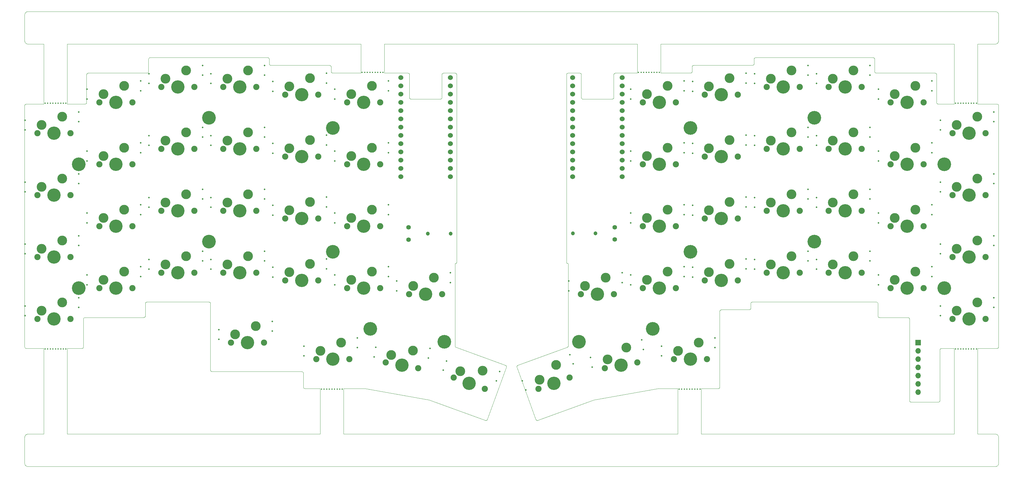
<source format=gts>
G04 #@! TF.GenerationSoftware,KiCad,Pcbnew,7.0.2*
G04 #@! TF.CreationDate,2023-09-16T21:04:49+09:00*
G04 #@! TF.ProjectId,SumNight57,53756d4e-6967-4687-9435-372e6b696361,rev?*
G04 #@! TF.SameCoordinates,Original*
G04 #@! TF.FileFunction,Soldermask,Top*
G04 #@! TF.FilePolarity,Negative*
%FSLAX46Y46*%
G04 Gerber Fmt 4.6, Leading zero omitted, Abs format (unit mm)*
G04 Created by KiCad (PCBNEW 7.0.2) date 2023-09-16 21:04:49*
%MOMM*%
%LPD*%
G01*
G04 APERTURE LIST*
%ADD10C,4.200000*%
%ADD11R,1.700000X1.700000*%
%ADD12O,1.700000X1.700000*%
%ADD13C,1.397000*%
%ADD14C,1.200000*%
%ADD15C,0.450000*%
%ADD16C,1.524000*%
%ADD17C,1.900000*%
%ADD18C,3.000000*%
%ADD19C,4.100000*%
%ADD20C,0.500000*%
G04 #@! TA.AperFunction,Profile*
%ADD21C,0.074083*%
G04 #@! TD*
G04 APERTURE END LIST*
D10*
X64479974Y-110886144D03*
D11*
X282615974Y-141913644D03*
D12*
X282615974Y-144453644D03*
X282615974Y-146993644D03*
X282615974Y-149533644D03*
X282615974Y-152073644D03*
X282615974Y-154613644D03*
X282615974Y-157153644D03*
D13*
X125894974Y-106479894D03*
D10*
X102579974Y-75938644D03*
D13*
X189355974Y-106429894D03*
D10*
X290684974Y-125173644D03*
D14*
X176415974Y-108329894D03*
X183415974Y-108329894D03*
D15*
X294129974Y-143923644D03*
X294929974Y-143923644D03*
X295729974Y-143923644D03*
X296529974Y-143923644D03*
X297329974Y-143923644D03*
X298129974Y-143923644D03*
X298929974Y-143923644D03*
X299729974Y-143923644D03*
X300529974Y-143923644D03*
D10*
X201027718Y-137710256D03*
X24474974Y-87073644D03*
D15*
X14129974Y-143923644D03*
X14929974Y-143923644D03*
X15729974Y-143923644D03*
X16529974Y-143923644D03*
X17329974Y-143923644D03*
X18129974Y-143923644D03*
X18929974Y-143923644D03*
X19729974Y-143923644D03*
X20529974Y-143923644D03*
X14129974Y-68323644D03*
X14929974Y-68323644D03*
X15729974Y-68323644D03*
X16529974Y-68323644D03*
X17329974Y-68323644D03*
X18129974Y-68323644D03*
X18929974Y-68323644D03*
X19729974Y-68323644D03*
X20529974Y-68323644D03*
D16*
X138774974Y-62919894D03*
X138774974Y-65459894D03*
X138774974Y-67999894D03*
X138774974Y-70539894D03*
X138774974Y-73079894D03*
X138784974Y-75619894D03*
X138774974Y-78159894D03*
X138774974Y-80699894D03*
X138784974Y-83239894D03*
X138784974Y-85779894D03*
X138784974Y-88319894D03*
X138774974Y-90859894D03*
X123534974Y-90859894D03*
X123524974Y-88319894D03*
X123524974Y-85779894D03*
X123524974Y-83239894D03*
X123524974Y-80699894D03*
X123534974Y-78159894D03*
X123524974Y-75619894D03*
X123534974Y-73079894D03*
X123534974Y-70539894D03*
X123534974Y-67999894D03*
X123534974Y-65459894D03*
X123534974Y-62919894D03*
X123534974Y-60379894D03*
X138774974Y-60379894D03*
D13*
X189355974Y-110229895D03*
D15*
X111629974Y-58798644D03*
X112429974Y-58798644D03*
X113229974Y-58798644D03*
X114029974Y-58798644D03*
X114829974Y-58798644D03*
X115629974Y-58798644D03*
X116429974Y-58798644D03*
X117229974Y-58798644D03*
X118029974Y-58798644D03*
D10*
X212579974Y-114038644D03*
D16*
X191624974Y-62919894D03*
X191624974Y-65459894D03*
X191624974Y-67999894D03*
X191624974Y-70539894D03*
X191624974Y-73079894D03*
X191634974Y-75619894D03*
X191624974Y-78159894D03*
X191624974Y-80699894D03*
X191634974Y-83239894D03*
X191634974Y-85779894D03*
X191634974Y-88319894D03*
X191624974Y-90859894D03*
X176384974Y-90859894D03*
X176374974Y-88319894D03*
X176374974Y-85779894D03*
X176374974Y-83239894D03*
X176374974Y-80699894D03*
X176384974Y-78159894D03*
X176374974Y-75619894D03*
X176384974Y-73079894D03*
X176384974Y-70539894D03*
X176384974Y-67999894D03*
X176384974Y-65459894D03*
X176384974Y-62919894D03*
X176384974Y-60379894D03*
X191624974Y-60379894D03*
D15*
X209129974Y-156282644D03*
X209929974Y-156282644D03*
X210729974Y-156282644D03*
X211529974Y-156282644D03*
X212329974Y-156282644D03*
X213129974Y-156282644D03*
X213929974Y-156282644D03*
X214729974Y-156282644D03*
X215529974Y-156282644D03*
D10*
X290684974Y-87073644D03*
D15*
X196629974Y-58798644D03*
X197429974Y-58798644D03*
X198229974Y-58798644D03*
X199029974Y-58798644D03*
X199829974Y-58798644D03*
X200629974Y-58798644D03*
X201429974Y-58798644D03*
X202229974Y-58798644D03*
X203029974Y-58798644D03*
D10*
X102579974Y-114038644D03*
X250679974Y-110886144D03*
X114131980Y-137710006D03*
X24474974Y-125173644D03*
D14*
X138834974Y-108379894D03*
X131834974Y-108379894D03*
D10*
X250679974Y-72786144D03*
X64479974Y-72786144D03*
X178273170Y-141722664D03*
D15*
X99129974Y-156282644D03*
X99929974Y-156282644D03*
X100729974Y-156282644D03*
X101529974Y-156282644D03*
X102329974Y-156282644D03*
X103129974Y-156282644D03*
X103929974Y-156282644D03*
X104729974Y-156282644D03*
X105529974Y-156282644D03*
D10*
X136885822Y-141722413D03*
D15*
X294129974Y-68323644D03*
X294929974Y-68323644D03*
X295729974Y-68323644D03*
X296529974Y-68323644D03*
X297329974Y-68323644D03*
X298129974Y-68323644D03*
X298929974Y-68323644D03*
X299729974Y-68323644D03*
X300529974Y-68323644D03*
D13*
X125894974Y-110279894D03*
D10*
X212579974Y-75938644D03*
D17*
X68924974Y-120411144D03*
D18*
X70194974Y-117871144D03*
D19*
X74004974Y-120411144D03*
D18*
X76544974Y-115331144D03*
D17*
X79084974Y-120411144D03*
D20*
X65144974Y-116371144D03*
X65144974Y-119371144D03*
X81594974Y-113831144D03*
X81594974Y-116831144D03*
D17*
X197974974Y-106123644D03*
D18*
X199244974Y-103583644D03*
D19*
X203054974Y-106123644D03*
D18*
X205594974Y-101043644D03*
D17*
X208134974Y-106123644D03*
D20*
X194194974Y-102083644D03*
X194194974Y-105083644D03*
X210644974Y-99543644D03*
X210644974Y-102543644D03*
D17*
X236074974Y-101361144D03*
D18*
X237344974Y-98821144D03*
D19*
X241154974Y-101361144D03*
D18*
X243694974Y-96281144D03*
D17*
X246234974Y-101361144D03*
D20*
X232294974Y-97321144D03*
X232294974Y-100321144D03*
X248744974Y-94781144D03*
X248744974Y-97781144D03*
D17*
X293224974Y-77548644D03*
D18*
X294494974Y-75008644D03*
D19*
X298304974Y-77548644D03*
D18*
X300844974Y-72468644D03*
D17*
X303384974Y-77548644D03*
D20*
X289444974Y-73508644D03*
X289444974Y-76508644D03*
X305894974Y-70968644D03*
X305894974Y-73968644D03*
D17*
X97499724Y-147057644D03*
D18*
X98769724Y-144517644D03*
D19*
X102579724Y-147057644D03*
D18*
X105119724Y-141977644D03*
D17*
X107659724Y-147057644D03*
D20*
X93719724Y-143017644D03*
X93719724Y-146017644D03*
X110169724Y-140477644D03*
X110169724Y-143477644D03*
D17*
X49874974Y-63261144D03*
D18*
X51144974Y-60721144D03*
D19*
X54954974Y-63261144D03*
D18*
X57494974Y-58181144D03*
D17*
X60034974Y-63261144D03*
D20*
X46094974Y-59221144D03*
X46094974Y-62221144D03*
X62544974Y-56681144D03*
X62544974Y-59681144D03*
D17*
X126074974Y-127054894D03*
D18*
X127344974Y-124514894D03*
D19*
X131154974Y-127054894D03*
D18*
X133694974Y-121974894D03*
D17*
X136234974Y-127054894D03*
D20*
X122294974Y-123014894D03*
X122294974Y-126014894D03*
X138744974Y-120474894D03*
X138744974Y-123474894D03*
D17*
X71305974Y-141977644D03*
D18*
X72575974Y-139437644D03*
D19*
X76385974Y-141977644D03*
D18*
X78925974Y-136897644D03*
D17*
X81465974Y-141977644D03*
D20*
X67525974Y-137937644D03*
X67525974Y-140937644D03*
X83975974Y-135397644D03*
X83975974Y-138397644D03*
D17*
X30824974Y-125173644D03*
D18*
X32094974Y-122633644D03*
D19*
X35904974Y-125173644D03*
D18*
X38444974Y-120093644D03*
D17*
X40984974Y-125173644D03*
D20*
X27044974Y-121133644D03*
X27044974Y-124133644D03*
X43494974Y-118593644D03*
X43494974Y-121593644D03*
D17*
X11774974Y-77548644D03*
D18*
X13044974Y-75008644D03*
D19*
X16854974Y-77548644D03*
D18*
X19394974Y-72468644D03*
D17*
X21934974Y-77548644D03*
D20*
X7994974Y-73508644D03*
X7994974Y-76508644D03*
X24444974Y-70968644D03*
X24444974Y-73968644D03*
D17*
X30824974Y-68023644D03*
D18*
X32094974Y-65483644D03*
D19*
X35904974Y-68023644D03*
D18*
X38444974Y-62943644D03*
D17*
X40984974Y-68023644D03*
D20*
X27044974Y-63983644D03*
X27044974Y-66983644D03*
X43494974Y-61443644D03*
X43494974Y-64443644D03*
D17*
X274174974Y-87073644D03*
D18*
X275444974Y-84533644D03*
D19*
X279254974Y-87073644D03*
D18*
X281794974Y-81993644D03*
D17*
X284334974Y-87073644D03*
D20*
X270394974Y-83033644D03*
X270394974Y-86033644D03*
X286844974Y-80493644D03*
X286844974Y-83493644D03*
D17*
X217024974Y-103742394D03*
D18*
X218294974Y-101202394D03*
D19*
X222104974Y-103742394D03*
D18*
X224644974Y-98662394D03*
D17*
X227184974Y-103742394D03*
D20*
X213244974Y-99702394D03*
X213244974Y-102702394D03*
X229694974Y-97162394D03*
X229694974Y-100162394D03*
D17*
X255124974Y-120411144D03*
D18*
X256394974Y-117871144D03*
D19*
X260204974Y-120411144D03*
D18*
X262744974Y-115331144D03*
D17*
X265284974Y-120411144D03*
D20*
X251344974Y-116371144D03*
X251344974Y-119371144D03*
X267794974Y-113831144D03*
X267794974Y-116831144D03*
D17*
X49874974Y-82311144D03*
D18*
X51144974Y-79771144D03*
D19*
X54954974Y-82311144D03*
D18*
X57494974Y-77231144D03*
D17*
X60034974Y-82311144D03*
D20*
X46094974Y-78271144D03*
X46094974Y-81271144D03*
X62544974Y-75731144D03*
X62544974Y-78731144D03*
D17*
X236074974Y-82311144D03*
D18*
X237344974Y-79771144D03*
D19*
X241154974Y-82311144D03*
D18*
X243694974Y-77231144D03*
D17*
X246234974Y-82311144D03*
D20*
X232294974Y-78271144D03*
X232294974Y-81271144D03*
X248744974Y-75731144D03*
X248744974Y-78731144D03*
D17*
X197974974Y-125173644D03*
D18*
X199244974Y-122633644D03*
D19*
X203054974Y-125173644D03*
D18*
X205594974Y-120093644D03*
D17*
X208134974Y-125173644D03*
D20*
X194194974Y-121133644D03*
X194194974Y-124133644D03*
X210644974Y-118593644D03*
X210644974Y-121593644D03*
D17*
X107024974Y-125173644D03*
D18*
X108294974Y-122633644D03*
D19*
X112104974Y-125173644D03*
D18*
X114644974Y-120093644D03*
D17*
X117184974Y-125173644D03*
D20*
X103244974Y-121133644D03*
X103244974Y-124133644D03*
X119694974Y-118593644D03*
X119694974Y-121593644D03*
D17*
X107024974Y-87073644D03*
D18*
X108294974Y-84533644D03*
D19*
X112104974Y-87073644D03*
D18*
X114644974Y-81993644D03*
D17*
X117184974Y-87073644D03*
D20*
X103244974Y-83033644D03*
X103244974Y-86033644D03*
X119694974Y-80493644D03*
X119694974Y-83493644D03*
D17*
X293224974Y-134698644D03*
D18*
X294494974Y-132158644D03*
D19*
X298304974Y-134698644D03*
D18*
X300844974Y-129618644D03*
D17*
X303384974Y-134698644D03*
D20*
X289444974Y-130658644D03*
X289444974Y-133658644D03*
X305894974Y-128118644D03*
X305894974Y-131118644D03*
D17*
X274174974Y-68023644D03*
D18*
X275444974Y-65483644D03*
D19*
X279254974Y-68023644D03*
D18*
X281794974Y-62943644D03*
D17*
X284334974Y-68023644D03*
D20*
X270394974Y-63983644D03*
X270394974Y-66983644D03*
X286844974Y-61443644D03*
X286844974Y-64443644D03*
D17*
X236074974Y-120411144D03*
D18*
X237344974Y-117871144D03*
D19*
X241154974Y-120411144D03*
D18*
X243694974Y-115331144D03*
D17*
X246234974Y-120411144D03*
D20*
X232294974Y-116371144D03*
X232294974Y-119371144D03*
X248744974Y-113831144D03*
X248744974Y-116831144D03*
D17*
X49874974Y-120411144D03*
D18*
X51144974Y-117871144D03*
D19*
X54954974Y-120411144D03*
D18*
X57494974Y-115331144D03*
D17*
X60034974Y-120411144D03*
D20*
X46094974Y-116371144D03*
X46094974Y-119371144D03*
X62544974Y-113831144D03*
X62544974Y-116831144D03*
D17*
X207499974Y-147057894D03*
D18*
X208769974Y-144517894D03*
D19*
X212579974Y-147057894D03*
D18*
X215119974Y-141977894D03*
D17*
X217659974Y-147057894D03*
D20*
X203719974Y-143017894D03*
X203719974Y-146017894D03*
X220169974Y-140477894D03*
X220169974Y-143477894D03*
D17*
X274174974Y-125173644D03*
D18*
X275444974Y-122633644D03*
D19*
X279254974Y-125173644D03*
D18*
X281794974Y-120093644D03*
D17*
X284334974Y-125173644D03*
D20*
X270394974Y-121133644D03*
X270394974Y-124133644D03*
X286844974Y-118593644D03*
X286844974Y-121593644D03*
D17*
X197974974Y-87073644D03*
D18*
X199244974Y-84533644D03*
D19*
X203054974Y-87073644D03*
D18*
X205594974Y-81993644D03*
D17*
X208134974Y-87073644D03*
D20*
X194194974Y-83033644D03*
X194194974Y-86033644D03*
X210644974Y-80493644D03*
X210644974Y-83493644D03*
D17*
X217024974Y-84692394D03*
D18*
X218294974Y-82152394D03*
D19*
X222104974Y-84692394D03*
D18*
X224644974Y-79612394D03*
D17*
X227184974Y-84692394D03*
D20*
X213244974Y-80652394D03*
X213244974Y-83652394D03*
X229694974Y-78112394D03*
X229694974Y-81112394D03*
D17*
X87974974Y-103742394D03*
D18*
X89244974Y-101202394D03*
D19*
X93054974Y-103742394D03*
D18*
X95594974Y-98662394D03*
D17*
X98134974Y-103742394D03*
D20*
X84194974Y-99702394D03*
X84194974Y-102702394D03*
X100644974Y-97162394D03*
X100644974Y-100162394D03*
D17*
X293224974Y-115648644D03*
D18*
X294494974Y-113108644D03*
D19*
X298304974Y-115648644D03*
D18*
X300844974Y-110568644D03*
D17*
X303384974Y-115648644D03*
D20*
X289444974Y-111608644D03*
X289444974Y-114608644D03*
X305894974Y-109068644D03*
X305894974Y-112068644D03*
D17*
X236074974Y-63261144D03*
D18*
X237344974Y-60721144D03*
D19*
X241154974Y-63261144D03*
D18*
X243694974Y-58181144D03*
D17*
X246234974Y-63261144D03*
D20*
X232294974Y-59221144D03*
X232294974Y-62221144D03*
X248744974Y-56681144D03*
X248744974Y-59681144D03*
D17*
X87974974Y-65642394D03*
D18*
X89244974Y-63102394D03*
D19*
X93054974Y-65642394D03*
D18*
X95594974Y-60562394D03*
D17*
X98134974Y-65642394D03*
D20*
X84194974Y-61602394D03*
X84194974Y-64602394D03*
X100644974Y-59062394D03*
X100644974Y-62062394D03*
D17*
X255124974Y-101361144D03*
D18*
X256394974Y-98821144D03*
D19*
X260204974Y-101361144D03*
D18*
X262744974Y-96281144D03*
D17*
X265284974Y-101361144D03*
D20*
X251344974Y-97321144D03*
X251344974Y-100321144D03*
X267794974Y-94781144D03*
X267794974Y-97781144D03*
D17*
X11774974Y-134698644D03*
D18*
X13044974Y-132158644D03*
D19*
X16854974Y-134698644D03*
D18*
X19394974Y-129618644D03*
D17*
X21934974Y-134698644D03*
D20*
X7994974Y-130658644D03*
X7994974Y-133658644D03*
X24444974Y-128118644D03*
X24444974Y-131118644D03*
D17*
X107024974Y-106123644D03*
D18*
X108294974Y-103583644D03*
D19*
X112104974Y-106123644D03*
D18*
X114644974Y-101043644D03*
D17*
X117184974Y-106123644D03*
D20*
X103244974Y-102083644D03*
X103244974Y-105083644D03*
X119694974Y-99543644D03*
X119694974Y-102543644D03*
D17*
X293224974Y-96598644D03*
D18*
X294494974Y-94058644D03*
D19*
X298304974Y-96598644D03*
D18*
X300844974Y-91518644D03*
D17*
X303384974Y-96598644D03*
D20*
X289444974Y-92558644D03*
X289444974Y-95558644D03*
X305894974Y-90018644D03*
X305894974Y-93018644D03*
D17*
X30824974Y-87073644D03*
D18*
X32094974Y-84533644D03*
D19*
X35904974Y-87073644D03*
D18*
X38444974Y-81993644D03*
D17*
X40984974Y-87073644D03*
D20*
X27044974Y-83033644D03*
X27044974Y-86033644D03*
X43494974Y-80493644D03*
X43494974Y-83493644D03*
D17*
X274174974Y-106123644D03*
D18*
X275444974Y-103583644D03*
D19*
X279254974Y-106123644D03*
D18*
X281794974Y-101043644D03*
D17*
X284334974Y-106123644D03*
D20*
X270394974Y-102083644D03*
X270394974Y-105083644D03*
X286844974Y-99543644D03*
X286844974Y-102543644D03*
D17*
X87974974Y-122792394D03*
D18*
X89244974Y-120252394D03*
D19*
X93054974Y-122792394D03*
D18*
X95594974Y-117712394D03*
D17*
X98134974Y-122792394D03*
D20*
X84194974Y-118752394D03*
X84194974Y-121752394D03*
X100644974Y-116212394D03*
X100644974Y-119212394D03*
D17*
X255124974Y-63261144D03*
D18*
X256394974Y-60721144D03*
D19*
X260204974Y-63261144D03*
D18*
X262744974Y-58181144D03*
D17*
X265284974Y-63261144D03*
D20*
X251344974Y-59221144D03*
X251344974Y-62221144D03*
X267794974Y-56681144D03*
X267794974Y-59681144D03*
D17*
X118883047Y-148039878D03*
D18*
X120574819Y-145759000D03*
D19*
X123885870Y-148922011D03*
D18*
X127269414Y-144360254D03*
D17*
X128888693Y-149804144D03*
D20*
X115862012Y-143404865D03*
X115341067Y-146359288D03*
X132503166Y-143759966D03*
X131982221Y-146714389D03*
D17*
X217024974Y-122792394D03*
D18*
X218294974Y-120252394D03*
D19*
X222104974Y-122792394D03*
D18*
X224644974Y-117712394D03*
D17*
X227184974Y-122792394D03*
D20*
X213244974Y-118752394D03*
X213244974Y-121752394D03*
X229694974Y-116212394D03*
X229694974Y-119212394D03*
D17*
X217024974Y-65642394D03*
D18*
X218294974Y-63102394D03*
D19*
X222104974Y-65642394D03*
D18*
X224644974Y-60562394D03*
D17*
X227184974Y-65642394D03*
D20*
X213244974Y-61602394D03*
X213244974Y-64602394D03*
X229694974Y-59062394D03*
X229694974Y-62062394D03*
D17*
X68924974Y-101361144D03*
D18*
X70194974Y-98821144D03*
D19*
X74004974Y-101361144D03*
D18*
X76544974Y-96281144D03*
D17*
X79084974Y-101361144D03*
D20*
X65144974Y-97321144D03*
X65144974Y-100321144D03*
X81594974Y-94781144D03*
X81594974Y-97781144D03*
D17*
X11774974Y-96598644D03*
D18*
X13044974Y-94058644D03*
D19*
X16854974Y-96598644D03*
D18*
X19394974Y-91518644D03*
D17*
X21934974Y-96598644D03*
D20*
X7994974Y-92558644D03*
X7994974Y-95558644D03*
X24444974Y-90018644D03*
X24444974Y-93018644D03*
D17*
X178924974Y-127054894D03*
D18*
X180194974Y-124514894D03*
D19*
X184004974Y-127054894D03*
D18*
X186544974Y-121974894D03*
D17*
X189084974Y-127054894D03*
D20*
X175144974Y-123014894D03*
X175144974Y-126014894D03*
X191594974Y-120474894D03*
X191594974Y-123474894D03*
D17*
X68924974Y-82311144D03*
D18*
X70194974Y-79771144D03*
D19*
X74004974Y-82311144D03*
D18*
X76544974Y-77231144D03*
D17*
X79084974Y-82311144D03*
D20*
X65144974Y-78271144D03*
X65144974Y-81271144D03*
X81594974Y-75731144D03*
X81594974Y-78731144D03*
D17*
X87974974Y-84692394D03*
D18*
X89244974Y-82152394D03*
D19*
X93054974Y-84692394D03*
D18*
X95594974Y-79612394D03*
D17*
X98134974Y-84692394D03*
D20*
X84194974Y-80652394D03*
X84194974Y-83652394D03*
X100644974Y-78112394D03*
X100644974Y-81112394D03*
D17*
X49874974Y-101361144D03*
D18*
X51144974Y-98821144D03*
D19*
X54954974Y-101361144D03*
D18*
X57494974Y-96281144D03*
D17*
X60034974Y-101361144D03*
D20*
X46094974Y-97321144D03*
X46094974Y-100321144D03*
X62544974Y-94781144D03*
X62544974Y-97781144D03*
D17*
X30824974Y-106123644D03*
D18*
X32094974Y-103583644D03*
D19*
X35904974Y-106123644D03*
D18*
X38444974Y-101043644D03*
D17*
X40984974Y-106123644D03*
D20*
X27044974Y-102083644D03*
X27044974Y-105083644D03*
X43494974Y-99543644D03*
X43494974Y-102543644D03*
D17*
X11774974Y-115648644D03*
D18*
X13044974Y-113108644D03*
D19*
X16854974Y-115648644D03*
D18*
X19394974Y-110568644D03*
D17*
X21934974Y-115648644D03*
D20*
X7994974Y-111608644D03*
X7994974Y-114608644D03*
X24444974Y-109068644D03*
X24444974Y-112068644D03*
D17*
X255124974Y-82311144D03*
D18*
X256394974Y-79771144D03*
D19*
X260204974Y-82311144D03*
D18*
X262744974Y-77231144D03*
D17*
X265284974Y-82311144D03*
D20*
X251344974Y-78271144D03*
X251344974Y-81271144D03*
X267794974Y-75731144D03*
X267794974Y-78731144D03*
D17*
X107024974Y-68023644D03*
D18*
X108294974Y-65483644D03*
D19*
X112104974Y-68023644D03*
D18*
X114644974Y-62943644D03*
D17*
X117184974Y-68023644D03*
D20*
X103244974Y-63983644D03*
X103244974Y-66983644D03*
X119694974Y-61443644D03*
X119694974Y-64443644D03*
D17*
X165840451Y-156194836D03*
D18*
X166165130Y-153373651D03*
D19*
X170614090Y-154457374D03*
D18*
X171263447Y-148815004D03*
D17*
X175387729Y-152719912D03*
D20*
X160906652Y-153691314D03*
X161932712Y-156510392D03*
X175495864Y-145678264D03*
X176521925Y-148497342D03*
D17*
X68924974Y-63261144D03*
D18*
X70194974Y-60721144D03*
D19*
X74004974Y-63261144D03*
D18*
X76544974Y-58181144D03*
D17*
X79084974Y-63261144D03*
D20*
X65144974Y-59221144D03*
X65144974Y-62221144D03*
X81594974Y-56681144D03*
X81594974Y-59681144D03*
D17*
X186270299Y-149804395D03*
D18*
X187079938Y-147082450D03*
D19*
X191273122Y-148922262D03*
D18*
X192892401Y-143478372D03*
D17*
X196275945Y-148040129D03*
D20*
X181846187Y-146482162D03*
X182367131Y-149436585D03*
X197605208Y-141124237D03*
X198126152Y-144078661D03*
D17*
X139771263Y-152719661D03*
D18*
X141833404Y-150767207D03*
D19*
X144544902Y-154457123D03*
D18*
X148669184Y-150552216D03*
D17*
X149318541Y-156194585D03*
D20*
X137600987Y-147630466D03*
X136574926Y-150449544D03*
X153927662Y-150869878D03*
X152901601Y-153688956D03*
D17*
X197974974Y-68023644D03*
D18*
X199244974Y-65483644D03*
D19*
X203054974Y-68023644D03*
D18*
X205594974Y-62943644D03*
D17*
X208134974Y-68023644D03*
D20*
X194194974Y-63983644D03*
X194194974Y-66983644D03*
X210644974Y-61443644D03*
X210644974Y-64443644D03*
D21*
X179035249Y-66670373D02*
X179044201Y-66693083D01*
X306573329Y-50029916D02*
X306525502Y-50040696D01*
X125728919Y-59004012D02*
X125753069Y-59008226D01*
X306381064Y-180058653D02*
X306329542Y-180059954D01*
X65077850Y-150664696D02*
X65063758Y-150644619D01*
X270191759Y-129744645D02*
X270181920Y-129722345D01*
X136463680Y-59036570D02*
X136486423Y-59027795D01*
X279576058Y-134214145D02*
X279551790Y-134208562D01*
X26698126Y-68409360D02*
X26716270Y-68393644D01*
X126395658Y-66926093D02*
X126416599Y-66938132D01*
X126375369Y-66913087D02*
X126395658Y-66926093D01*
X8000851Y-40500829D02*
X8028728Y-40461619D01*
X270267828Y-133889834D02*
X270259070Y-133867092D01*
X188556125Y-66995895D02*
X188581134Y-66992716D01*
X288319114Y-68218138D02*
X288329158Y-68240290D01*
X64979168Y-129910492D02*
X64977237Y-129885094D01*
X8193950Y-170288349D02*
X8231722Y-170258665D01*
X93757272Y-155984351D02*
X93737851Y-155969234D01*
X165421601Y-165874328D02*
X165398092Y-165869044D01*
X83060296Y-56289181D02*
X83069249Y-56311891D01*
X306481996Y-40071447D02*
X306531283Y-40080241D01*
X179104240Y-66797631D02*
X179119084Y-66816522D01*
X232119906Y-56218018D02*
X232124303Y-56193390D01*
X64778970Y-129535505D02*
X64759365Y-129521565D01*
X44959238Y-129767663D02*
X44951570Y-129790833D01*
X44929342Y-133723653D02*
X44927511Y-133748266D01*
X212859613Y-58913146D02*
X212879218Y-58899205D01*
X159516493Y-148892306D02*
X174650923Y-143383685D01*
X230730676Y-131806999D02*
X230706048Y-131811396D01*
X306963294Y-170286488D02*
X307000420Y-170318732D01*
X159448972Y-148922646D02*
X159470884Y-148911465D01*
X126603844Y-66995895D02*
X126629244Y-66997826D01*
X178626837Y-59013606D02*
X178650386Y-59020134D01*
X132083103Y-159531626D02*
X132072325Y-159529620D01*
X45968116Y-54544639D02*
X45977988Y-54522339D01*
X8208165Y-68538605D02*
X8232049Y-68533225D01*
X307184156Y-143577090D02*
X307165932Y-143594167D01*
X135973157Y-66884303D02*
X135991301Y-66868587D01*
X93684053Y-155918097D02*
X93667952Y-155899403D01*
X126070978Y-59221071D02*
X126084041Y-59241765D01*
X83176403Y-56470839D02*
X83193769Y-56487395D01*
X287904245Y-59014276D02*
X287927936Y-59021014D01*
X174609248Y-59162843D02*
X174626326Y-59144850D01*
X307184156Y-68669852D02*
X307201049Y-68687844D01*
X150067328Y-165643462D02*
X150054099Y-165664046D01*
X125952462Y-59096567D02*
X125971884Y-59111672D01*
X221557036Y-155796343D02*
X221546082Y-155818140D01*
X150079565Y-165622204D02*
X150067328Y-165643462D01*
X280081408Y-160077300D02*
X280065055Y-160058572D01*
X269943239Y-129483861D02*
X269920889Y-129473975D01*
X140405311Y-117530619D02*
X140393116Y-117532141D01*
X213408045Y-56647621D02*
X213431266Y-56639761D01*
X64985295Y-150441013D02*
X64982264Y-150416578D01*
X44882051Y-133912391D02*
X44871098Y-133934187D01*
X306477117Y-170070971D02*
X306525502Y-170079402D01*
X8193950Y-179831628D02*
X8157670Y-179800201D01*
X231145682Y-129810980D02*
X231140099Y-129835176D01*
X270117117Y-129619133D02*
X270101170Y-129600439D01*
X159234175Y-149150805D02*
X159245222Y-149128560D01*
X98730063Y-170060015D02*
X98730063Y-156082621D01*
X7890759Y-40716136D02*
X7908662Y-40670717D01*
X44746924Y-134085535D02*
X44727502Y-134100640D01*
X8440764Y-179981377D02*
X8396474Y-179961353D01*
X82990668Y-54541431D02*
X82999620Y-54564141D01*
X26380018Y-134198672D02*
X26355233Y-134199286D01*
X83019801Y-54635304D02*
X83024198Y-54659932D01*
X7830699Y-143248388D02*
X7830085Y-143223605D01*
X7830085Y-49059992D02*
X7830085Y-41060051D01*
X149564587Y-165877789D02*
X149540448Y-165873486D01*
X280116525Y-160112371D02*
X280098768Y-160095294D01*
X232391653Y-54296382D02*
X232413203Y-54285340D01*
X288207041Y-59239277D02*
X288219114Y-59260218D01*
X232145803Y-54611109D02*
X232152539Y-54587377D01*
X221318637Y-156034715D02*
X221296337Y-156044588D01*
X140181470Y-142953156D02*
X140185981Y-142991603D01*
X46405318Y-54236651D02*
X46430147Y-54236037D01*
X174744502Y-59057395D02*
X174766307Y-59046442D01*
X93332132Y-150951207D02*
X93311448Y-150938118D01*
X288279023Y-59472861D02*
X288279677Y-59498599D01*
X7928116Y-143520950D02*
X7914024Y-143500874D01*
X213064321Y-58623464D02*
X213069904Y-58599268D01*
X26895824Y-59373609D02*
X26902561Y-59349878D01*
X280237607Y-160193701D02*
X280215908Y-160182748D01*
X165493665Y-165883321D02*
X165469428Y-165881485D01*
X125704517Y-59000981D02*
X125728919Y-59004012D01*
X231553836Y-129441669D02*
X231529208Y-129446065D01*
X64982264Y-150416578D02*
X64980433Y-150391926D01*
X136082732Y-66757738D02*
X136094772Y-66736796D01*
X307245958Y-68746071D02*
X307258940Y-68766765D01*
X188699553Y-66959186D02*
X188721691Y-66949174D01*
X7900961Y-68766765D02*
X7914024Y-68746071D01*
X136509577Y-59020134D02*
X136533104Y-59013606D01*
X136486423Y-59027795D02*
X136509577Y-59020134D01*
X174785734Y-143309480D02*
X174800537Y-143297590D01*
X8094583Y-143664544D02*
X8073314Y-143652527D01*
X8116388Y-143675497D02*
X8094583Y-143664544D01*
X26596838Y-68474232D02*
X26618400Y-68463190D01*
X93200151Y-150888766D02*
X93176607Y-150882231D01*
X174866879Y-143230611D02*
X174878530Y-143215829D01*
X7831386Y-179111556D02*
X7830085Y-179060107D01*
X45846034Y-58775852D02*
X45859122Y-58755168D01*
X270084272Y-129582491D02*
X270066048Y-129565366D01*
X270473103Y-134127529D02*
X270452291Y-134114466D01*
X8778494Y-40061227D02*
X8829945Y-40059926D01*
X26880083Y-68023470D02*
X26880083Y-59498599D01*
X101818272Y-56677623D02*
X101839214Y-56689659D01*
X64979818Y-146712931D02*
X64979818Y-129936228D01*
X26306201Y-134204150D02*
X26282037Y-134208366D01*
X231190286Y-129697590D02*
X231179244Y-129719152D01*
X307270895Y-68788034D02*
X307281804Y-68809839D01*
X93613675Y-155817992D02*
X93602721Y-155796188D01*
X179266590Y-66938132D02*
X179288152Y-66949174D01*
X149710512Y-165878603D02*
X149686279Y-165881438D01*
X65126135Y-150720835D02*
X65109056Y-150702845D01*
X306951273Y-143708335D02*
X306927420Y-143713715D01*
X102194126Y-58816580D02*
X102209842Y-58834723D01*
X45503838Y-58993058D02*
X45528002Y-58988841D01*
X288078368Y-59097867D02*
X288097273Y-59112711D01*
X136008667Y-66852031D02*
X136025224Y-66834665D01*
X25657423Y-143639464D02*
X25636729Y-143652527D01*
X25918025Y-134507408D02*
X25909239Y-134530164D01*
X231169232Y-129741303D02*
X231160280Y-129764013D01*
X126204223Y-66715234D02*
X126215264Y-66736796D01*
X306712530Y-170136124D02*
X306757194Y-170155885D01*
X8232049Y-143713715D02*
X8208165Y-143708335D01*
X140281279Y-117578526D02*
X140271574Y-117586085D01*
X8727718Y-50054953D02*
X8677681Y-50048591D01*
X289166131Y-160059696D02*
X289150458Y-160077833D01*
X307310218Y-170863968D02*
X307318687Y-170912282D01*
X307043123Y-68571441D02*
X307065000Y-68582395D01*
X307070087Y-179732369D02*
X307036985Y-179767094D01*
X268851291Y-54251107D02*
X268874824Y-54257635D01*
X174495069Y-59376616D02*
X174501599Y-59353068D01*
X269230306Y-58523260D02*
X269232147Y-58547880D01*
X287995964Y-59047839D02*
X288017518Y-59058881D01*
X44527994Y-134188982D02*
X44503814Y-134193196D01*
X136284343Y-59162843D02*
X136301420Y-59144850D01*
X280282485Y-160212349D02*
X280259813Y-160203574D01*
X155902372Y-149108079D02*
X155914051Y-149129048D01*
X178875673Y-59162843D02*
X178891772Y-59181570D01*
X232370724Y-54308421D02*
X232391653Y-54296382D01*
X140236653Y-117621007D02*
X140229094Y-117630713D01*
X64797860Y-129550349D02*
X64778970Y-129535505D01*
X159387195Y-148962237D02*
X159407094Y-148948061D01*
X178957002Y-59284839D02*
X178966875Y-59307140D01*
X268943129Y-54283943D02*
X268965003Y-54294896D01*
X126025682Y-59162843D02*
X126041781Y-59181570D01*
X269084150Y-54382351D02*
X269101043Y-54400343D01*
X82848001Y-54350211D02*
X82866145Y-54365927D01*
X183076194Y-159531874D02*
X183065526Y-159534097D01*
X159193184Y-149437707D02*
X159190091Y-149413427D01*
X83144131Y-56435329D02*
X83159847Y-56453473D01*
X306763415Y-40158533D02*
X306806544Y-40180616D01*
X64739076Y-129508559D02*
X64718134Y-129496520D01*
X140569785Y-117486710D02*
X140559641Y-117493210D01*
X25841924Y-143414836D02*
X25832052Y-143437125D01*
X269851389Y-129450986D02*
X269827536Y-129445602D01*
X288905235Y-160225870D02*
X288880964Y-160231453D01*
X82915783Y-54417993D02*
X82930627Y-54436883D01*
X159192442Y-149291704D02*
X159196461Y-149267606D01*
X178802457Y-59096567D02*
X178821878Y-59111672D01*
X174825649Y-117548474D02*
X174814265Y-117544074D01*
X174621630Y-117504746D02*
X174610848Y-117499227D01*
X189169372Y-59127772D02*
X189188064Y-59111672D01*
X269145952Y-54458571D02*
X269158934Y-54479265D01*
X8311491Y-179915196D02*
X8270923Y-179889188D01*
X132104449Y-159536359D02*
X132093810Y-159533874D01*
X136124780Y-66670373D02*
X136132640Y-66647137D01*
X112479139Y-156082621D02*
X105929907Y-156082621D01*
X269473834Y-58927574D02*
X269494984Y-58939612D01*
X306719104Y-179981377D02*
X306673672Y-179999280D01*
X132156736Y-159552111D02*
X132146389Y-159548538D01*
X25715652Y-143594167D02*
X25696924Y-143610267D01*
X27026531Y-59144983D02*
X27043897Y-59128427D01*
X174626326Y-59144850D02*
X174644316Y-59127772D01*
X83027378Y-54684962D02*
X83029308Y-54710361D01*
X213194217Y-56799195D02*
X213209928Y-56781059D01*
X179044201Y-66693083D02*
X179054214Y-66715234D01*
X232215438Y-54456488D02*
X232229374Y-54436883D01*
X64849927Y-129599987D02*
X64833370Y-129582621D01*
X93584074Y-155751130D02*
X93576414Y-155727959D01*
X7831386Y-49111444D02*
X7830085Y-49059992D01*
X174897807Y-117594139D02*
X174888455Y-117586085D01*
X26965474Y-59218988D02*
X26979414Y-59199383D01*
X8778494Y-50058816D02*
X8727718Y-50054953D01*
X102320692Y-58926151D02*
X102341633Y-58938191D01*
X136581111Y-59004012D02*
X136605512Y-59000981D01*
X289703943Y-143729167D02*
X289679375Y-143733564D01*
X112490042Y-156082733D02*
X112479139Y-156082621D01*
X202658267Y-156083113D02*
X202647374Y-156083724D01*
X280098768Y-160095294D02*
X280081408Y-160077300D01*
X136176715Y-59353068D02*
X136184374Y-59329896D01*
X136094772Y-66736796D02*
X136105814Y-66715234D01*
X213090218Y-57016378D02*
X213095801Y-56992201D01*
X64604741Y-129451915D02*
X64580545Y-129446332D01*
X136105814Y-66715234D02*
X136115827Y-66693083D01*
X46261442Y-54265295D02*
X46284615Y-54257635D01*
X307319975Y-68925500D02*
X307324198Y-68949681D01*
X102455024Y-58982795D02*
X102479220Y-58988378D01*
X65357812Y-150852082D02*
X65334284Y-150845553D01*
X300929396Y-68523535D02*
X306829603Y-68523535D01*
X126269093Y-66816522D02*
X126284809Y-66834665D01*
X269232147Y-58547880D02*
X269235197Y-58572292D01*
X306719104Y-40138507D02*
X306763415Y-40158533D01*
X293730085Y-170060015D02*
X293730085Y-143723406D01*
X231099604Y-131489052D02*
X231090652Y-131511761D01*
X221583347Y-155728155D02*
X221575686Y-155751310D01*
X232069717Y-56355604D02*
X232080759Y-56334042D01*
X126301365Y-66852031D02*
X126318731Y-66868587D01*
X140680006Y-59498599D02*
X140680006Y-117279620D01*
X8532625Y-180015000D02*
X8486168Y-179999280D01*
X174499642Y-117376804D02*
X174495165Y-117365464D01*
X289018807Y-160181271D02*
X288997232Y-160192311D01*
X288017518Y-59058881D02*
X288038458Y-59070921D01*
X45951681Y-54590568D02*
X45959341Y-54567395D01*
X126284809Y-66834665D02*
X126301365Y-66852031D01*
X101994564Y-56837673D02*
X102007569Y-56857952D01*
X140598104Y-117464474D02*
X140589033Y-117472326D01*
X288219114Y-59260218D02*
X288230189Y-59281780D01*
X231948104Y-56503111D02*
X231966248Y-56487395D01*
X232152539Y-54587377D02*
X232160399Y-54564141D01*
X8532625Y-50015140D02*
X8486168Y-49999412D01*
X179007493Y-66549552D02*
X179010672Y-66574581D01*
X269131964Y-54438493D02*
X269145952Y-54458571D01*
X165136491Y-165706045D02*
X165121161Y-165686911D01*
X307324538Y-40957779D02*
X307328395Y-41008577D01*
X26505008Y-68507795D02*
X26528740Y-68501057D01*
X232458035Y-54266375D02*
X232481255Y-54258514D01*
X279501940Y-134200986D02*
X279476420Y-134199055D01*
X44951570Y-129790833D02*
X44945035Y-129814376D01*
X102102431Y-58647195D02*
X102110292Y-58670432D01*
X188890685Y-66816522D02*
X188905524Y-66797631D01*
X269278016Y-58712101D02*
X269289095Y-58733904D01*
X136419594Y-59057395D02*
X136441391Y-59046442D01*
X307000420Y-49801383D02*
X306963294Y-49833592D01*
X288310132Y-68195429D02*
X288319114Y-68218138D01*
X288631389Y-68501057D02*
X288655080Y-68507795D01*
X307035963Y-170352938D02*
X307070221Y-170388877D01*
X7851684Y-68878068D02*
X7859344Y-68854895D01*
X26794693Y-68303083D02*
X26807698Y-68282794D01*
X222104475Y-131817156D02*
X222078762Y-131817806D01*
X231706166Y-56611525D02*
X231730794Y-56607128D01*
X174561910Y-117464474D02*
X174553227Y-117456201D01*
X269395583Y-58869081D02*
X269414108Y-58885222D01*
X140457444Y-59082475D02*
X140477537Y-59096567D01*
X65001417Y-150512624D02*
X64994888Y-150489077D01*
X8028728Y-170461664D02*
X8058411Y-170423891D01*
X179151356Y-66852031D02*
X179168721Y-66868587D01*
X213077480Y-58549611D02*
X213079411Y-58524212D01*
X213079411Y-58524212D02*
X213080061Y-58498475D01*
X149991852Y-165738995D02*
X149974105Y-165755724D01*
X221273582Y-156053363D02*
X221250411Y-156061023D01*
X125846350Y-59036570D02*
X125868639Y-59046442D01*
X7877991Y-68809839D02*
X7888944Y-68788034D01*
X140643816Y-117409096D02*
X140637314Y-117419230D01*
X307318185Y-179212367D02*
X307309400Y-179261602D01*
X174980070Y-142913783D02*
X174980070Y-117779421D01*
X213579863Y-56617285D02*
X231630003Y-56617285D01*
X178554334Y-59000981D02*
X178578772Y-59004012D01*
X307161115Y-49614861D02*
X307132832Y-49655016D01*
X83504282Y-56616635D02*
X83530020Y-56617285D01*
X93425364Y-151031684D02*
X93408239Y-151013735D01*
X269986481Y-129506871D02*
X269965116Y-129494832D01*
X174979762Y-117767050D02*
X174978842Y-117754757D01*
X102152337Y-58757796D02*
X102165343Y-58778085D01*
X269827536Y-129445602D02*
X269803403Y-129441386D01*
X25993272Y-134381892D02*
X25978132Y-134401292D01*
X287830574Y-59001117D02*
X287855532Y-59004296D01*
X189004185Y-66524153D02*
X189004835Y-66498416D01*
X270235277Y-133772401D02*
X270232236Y-133747999D01*
X140429976Y-117529391D02*
X140417605Y-117529699D01*
X27120825Y-59070921D02*
X27141766Y-59058881D01*
X232350446Y-54321427D02*
X232370724Y-54308421D01*
X212774669Y-58959245D02*
X212796821Y-58949232D01*
X213102538Y-56968486D02*
X213110398Y-56945266D01*
X232140221Y-54635304D02*
X232145803Y-54611109D01*
X8829945Y-170060015D02*
X13730028Y-170060015D01*
X45930082Y-58498475D02*
X45930082Y-54736098D01*
X126154921Y-66498416D02*
X126155571Y-66524153D01*
X288230189Y-59281780D02*
X288240234Y-59303932D01*
X8122945Y-49767125D02*
X8089838Y-49732388D01*
X288608185Y-68493197D02*
X288631389Y-68501057D01*
X8089838Y-179732369D02*
X8058411Y-179696090D01*
X188676857Y-66968139D02*
X188699553Y-66959186D01*
X231080640Y-131533913D02*
X231069598Y-131555475D01*
X270229780Y-133698603D02*
X270229780Y-129935969D01*
X270146082Y-129658594D02*
X270132094Y-129638532D01*
X269965116Y-129494832D02*
X269943239Y-129483861D01*
X140660362Y-117376804D02*
X140655356Y-117387867D01*
X7914024Y-143500874D02*
X7900961Y-143480185D01*
X202669171Y-156082745D02*
X202658267Y-156083113D01*
X65266097Y-150819246D02*
X65244300Y-150808293D01*
X189455502Y-59000981D02*
X189480124Y-58999150D01*
X189151426Y-59144850D02*
X189169372Y-59127772D01*
X196230070Y-58998536D02*
X196230070Y-50060118D01*
X140650751Y-59329896D02*
X140658411Y-59353068D01*
X45707400Y-58914485D02*
X45727463Y-58900363D01*
X83478883Y-56614704D02*
X83504282Y-56616635D01*
X189207461Y-59096567D02*
X189227522Y-59082475D01*
X165069103Y-165602087D02*
X165058604Y-165578903D01*
X7974843Y-179578550D02*
X7950767Y-179536680D01*
X64979818Y-150367098D02*
X64979818Y-146712931D01*
X174881968Y-59008226D02*
X174906149Y-59004012D01*
X268965003Y-54294896D02*
X268986366Y-54306912D01*
X7908662Y-40670717D02*
X7928686Y-40626414D01*
X82606057Y-54241798D02*
X82630686Y-54246194D01*
X221534064Y-155839403D02*
X221520999Y-155860092D01*
X7959321Y-143559098D02*
X7943221Y-143540371D01*
X83090303Y-56355604D02*
X83102342Y-56376545D01*
X8353362Y-179939272D02*
X8311491Y-179915196D01*
X307211460Y-170589153D02*
X307233453Y-170632752D01*
X174632706Y-117509750D02*
X174621630Y-117504746D01*
X270632030Y-134188715D02*
X270608178Y-134183335D01*
X269219969Y-54638000D02*
X269224192Y-54662180D01*
X178602953Y-59008226D02*
X178626837Y-59013606D01*
X189004835Y-66498416D02*
X189004835Y-59498599D01*
X288779707Y-160241610D02*
X280450636Y-160241610D01*
X44816822Y-134015637D02*
X44800722Y-134034363D01*
X82581027Y-54238618D02*
X82606057Y-54241798D01*
X45094485Y-129565626D02*
X45076536Y-129582751D01*
X136605512Y-59000981D02*
X136630123Y-58999150D01*
X25858359Y-143368938D02*
X25850699Y-143392093D01*
X231140099Y-129835176D02*
X231135703Y-129859804D01*
X213226479Y-56763700D02*
X213243838Y-56747149D01*
X82746712Y-54285340D02*
X82768275Y-54296382D01*
X189313572Y-59036570D02*
X189336329Y-59027795D01*
X101631029Y-56619866D02*
X101656058Y-56623046D01*
X26807698Y-68282794D02*
X26819738Y-68261852D01*
X179356250Y-66975999D02*
X179379982Y-66982736D01*
X289302369Y-144074752D02*
X289295605Y-144098484D01*
X213129360Y-56900432D02*
X213140400Y-56878882D01*
X307216994Y-143540371D02*
X307201049Y-143559098D01*
X26952468Y-59239277D02*
X26965474Y-59218988D01*
X306927420Y-143713715D02*
X306903287Y-143717929D01*
X8028728Y-49658312D02*
X8000851Y-49619099D01*
X83029959Y-56117224D02*
X83030609Y-56142962D01*
X64979818Y-129936228D02*
X64979168Y-129910492D01*
X230629881Y-131817156D02*
X222104475Y-131817156D01*
X306848428Y-40204695D02*
X306889005Y-40230706D01*
X155942902Y-149194938D02*
X155950395Y-149217761D01*
X213528774Y-56619866D02*
X213554150Y-56617936D01*
X179288152Y-66949174D02*
X179310304Y-66959186D01*
X165080648Y-165624499D02*
X165069103Y-165602087D01*
X44831927Y-133996215D02*
X44816822Y-134015637D01*
X179004911Y-59498599D02*
X179004911Y-66498416D01*
X8058411Y-170423891D02*
X8089838Y-170387611D01*
X93557261Y-155631960D02*
X93555430Y-155607339D01*
X306974809Y-68545134D02*
X306997989Y-68552794D01*
X232124303Y-56193390D02*
X232127483Y-56168361D01*
X45882130Y-58712101D02*
X45892016Y-58689801D01*
X13730028Y-170060015D02*
X13730028Y-143723406D01*
X159349642Y-148993377D02*
X159368034Y-148977352D01*
X65311129Y-150837893D02*
X65288386Y-150829118D01*
X102074193Y-57040987D02*
X102077373Y-57065995D01*
X26733636Y-68377088D02*
X26750192Y-68359722D01*
X126215264Y-66736796D02*
X126227304Y-66757738D01*
X307328395Y-41008577D02*
X307329695Y-41060051D01*
X289541957Y-143783752D02*
X289521017Y-143795791D01*
X8157670Y-179800201D02*
X8122945Y-179767094D01*
X93841097Y-156034558D02*
X93819300Y-156023581D01*
X230868264Y-131756811D02*
X230846702Y-131767853D01*
X102040663Y-56922570D02*
X102049616Y-56945266D01*
X64628473Y-129458653D02*
X64604741Y-129451915D01*
X93128567Y-150872630D02*
X93104154Y-150869598D01*
X132146389Y-159548538D02*
X132135990Y-159545170D01*
X25874481Y-143297402D02*
X25870267Y-143321553D01*
X155950395Y-149217761D02*
X155956795Y-149240947D01*
X269046997Y-54349173D02*
X269065926Y-54365273D01*
X179077295Y-66757738D02*
X179090300Y-66778026D01*
X232481255Y-54258514D02*
X232504969Y-54251777D01*
X179168721Y-66868587D02*
X179186865Y-66884303D01*
X140325367Y-59020134D02*
X140348546Y-59027795D01*
X7875039Y-170762572D02*
X7890759Y-170716115D01*
X8396474Y-40158533D02*
X8440764Y-40138507D01*
X174778970Y-117534257D02*
X174766895Y-117532141D01*
X140187514Y-117718552D02*
X140184813Y-117730486D01*
X102069797Y-57016378D02*
X102074193Y-57040987D01*
X288975057Y-160202322D02*
X288952312Y-160211274D01*
X45430018Y-129436175D02*
X45405233Y-129436789D01*
X82555628Y-54236687D02*
X82581027Y-54238618D01*
X215929884Y-156082621D02*
X215929884Y-170060015D01*
X307070087Y-40387551D02*
X307101505Y-40423839D01*
X269181798Y-54522339D02*
X269191641Y-54544639D01*
X126554187Y-66988319D02*
X126578815Y-66992716D01*
X93667952Y-155899403D02*
X93652847Y-155880004D01*
X93246079Y-150905222D02*
X93223322Y-150896435D01*
X188919460Y-66778026D02*
X188932463Y-66757738D01*
X306806544Y-40180616D02*
X306848428Y-40204695D01*
X13730028Y-50060118D02*
X8829945Y-50060118D01*
X94029834Y-156082004D02*
X94005221Y-156080164D01*
X213363212Y-56666583D02*
X213385350Y-56656572D01*
X135827004Y-66968139D02*
X135849714Y-66959186D01*
X159368034Y-148977352D02*
X159387195Y-148962237D01*
X221402478Y-155984589D02*
X221382401Y-155998682D01*
X26877502Y-68074607D02*
X26879433Y-68049208D01*
X126154306Y-59473770D02*
X126154921Y-59498599D01*
X307131179Y-179658318D02*
X307101505Y-179696090D01*
X140515958Y-117514225D02*
X140504340Y-117518154D01*
X174980070Y-117779421D02*
X174979762Y-117767050D01*
X307253279Y-49442680D02*
X307233453Y-49487294D01*
X174919344Y-143152646D02*
X174928040Y-143135922D01*
X8052620Y-68607475D02*
X8073314Y-68594411D01*
X136225987Y-59241765D02*
X136239049Y-59221071D01*
X45816772Y-58815313D02*
X45831911Y-58795914D01*
X25870267Y-143321553D02*
X25864888Y-143345411D01*
X83250407Y-56531895D02*
X83270696Y-56544901D01*
X188505034Y-66998477D02*
X188530748Y-66997826D01*
X202593306Y-156090296D02*
X183086897Y-159529879D01*
X280065055Y-160058572D02*
X280049724Y-160039150D01*
X102080605Y-58524212D02*
X102082535Y-58549611D01*
X208730055Y-156082621D02*
X202680082Y-156082621D01*
X44643656Y-134150766D02*
X44621355Y-134160638D01*
X44551878Y-134183602D02*
X44527994Y-134188982D01*
X126165078Y-66599210D02*
X126170661Y-66623405D01*
X83029959Y-54736098D02*
X83029959Y-56117224D01*
X307209105Y-179536680D02*
X307185041Y-179578550D01*
X189034203Y-59329896D02*
X189043003Y-59307140D01*
X288541812Y-68463190D02*
X288563365Y-68474232D01*
X174960987Y-117683809D02*
X174956039Y-117672652D01*
X136055785Y-66797631D02*
X136069726Y-66778026D01*
X179002466Y-59449117D02*
X179004297Y-59473770D01*
X213119349Y-56922570D02*
X213129360Y-56900432D01*
X174900119Y-143185014D02*
X174910033Y-143169016D01*
X232130064Y-54736098D02*
X232130715Y-54710361D01*
X26902561Y-59349878D02*
X26910422Y-59326641D01*
X45920388Y-58596457D02*
X45924604Y-58572292D01*
X45173325Y-129507135D02*
X45152641Y-129520224D01*
X64833370Y-129582621D02*
X64816004Y-129566065D01*
X231350391Y-129521298D02*
X231330785Y-129535239D01*
X8013119Y-68636672D02*
X8032542Y-68621567D01*
X8232049Y-68533225D02*
X8256229Y-68529012D01*
X126008604Y-59144850D02*
X126025682Y-59162843D01*
X289277235Y-159792897D02*
X289274076Y-159817905D01*
X221887871Y-131866403D02*
X221866331Y-131877432D01*
X102179283Y-58797690D02*
X102194126Y-58816580D01*
X232293833Y-54365927D02*
X232311969Y-54350211D01*
X45892016Y-58689801D02*
X45900802Y-58667045D01*
X306889005Y-40230706D02*
X306928211Y-40258587D01*
X231391620Y-129496253D02*
X231370679Y-129508293D01*
X93223322Y-150896435D02*
X93200151Y-150888766D01*
X26330614Y-134201118D02*
X26306201Y-134204150D01*
X307065000Y-68582395D02*
X307086365Y-68594411D01*
X288280330Y-68049208D02*
X288282269Y-68074607D01*
X27080931Y-59097867D02*
X27100536Y-59083926D01*
X136253140Y-59200993D02*
X136268244Y-59181570D01*
X93819300Y-156023581D02*
X93798037Y-156011543D01*
X306620505Y-50016837D02*
X306573329Y-50029916D01*
X213082642Y-57065995D02*
X213085822Y-57040987D01*
X45686716Y-58927574D02*
X45707400Y-58914485D01*
X307159045Y-40500829D02*
X307185041Y-40541407D01*
X188605743Y-66988319D02*
X188629921Y-66982736D01*
X7861564Y-49309884D02*
X7850399Y-49261505D01*
X102085715Y-58574640D02*
X102090111Y-58599268D01*
X288329158Y-68240290D02*
X288340231Y-68261852D01*
X140199036Y-117683809D02*
X140194635Y-117695192D01*
X288132826Y-59144983D02*
X288149409Y-59162349D01*
X213479157Y-56627442D02*
X213503766Y-56623046D01*
X26885844Y-59422433D02*
X26890241Y-59397805D01*
X102503848Y-58992775D02*
X102528878Y-58995954D01*
X306924680Y-170256240D02*
X306963294Y-170286488D01*
X8122945Y-179767094D02*
X8089838Y-179732369D01*
X83102342Y-56376545D02*
X83115347Y-56396834D01*
X159257303Y-149106990D02*
X159270384Y-149086123D01*
X140216476Y-143101620D02*
X140231975Y-143136058D01*
X25796020Y-143500874D02*
X25781927Y-143520950D01*
X155971731Y-149360917D02*
X155971174Y-149385437D01*
X93863386Y-156044455D02*
X93841097Y-156034558D01*
X307127405Y-143625372D02*
X307107180Y-143639464D01*
X221825146Y-131902449D02*
X221805562Y-131916373D01*
X279965762Y-159863610D02*
X279960336Y-159839752D01*
X45528002Y-58988841D02*
X45551877Y-58983458D01*
X140291316Y-117571472D02*
X140281279Y-117578526D01*
X125776928Y-59013606D02*
X125800454Y-59020134D01*
X174965387Y-117695192D02*
X174960987Y-117683809D01*
X288679224Y-68513378D02*
X288703791Y-68517775D01*
X26750192Y-68359722D02*
X26765908Y-68341578D01*
X212839324Y-58926151D02*
X212859613Y-58913146D01*
X213454980Y-56633025D02*
X213479157Y-56627442D01*
X307299408Y-170816235D02*
X307310218Y-170863968D01*
X149661953Y-165883086D02*
X149637577Y-165883546D01*
X26188694Y-134236738D02*
X26166393Y-134246624D01*
X26639341Y-68451150D02*
X26659630Y-68438145D01*
X222078762Y-131817806D02*
X222053387Y-131819735D01*
X279950575Y-134698474D02*
X279949929Y-134672736D01*
X45765557Y-58869081D02*
X45783506Y-58851956D01*
X213019717Y-58736855D02*
X213030759Y-58715293D01*
X125890435Y-59057395D02*
X125911697Y-59069412D01*
X179090300Y-66778026D02*
X179104240Y-66797631D01*
X174704713Y-143360472D02*
X174721812Y-143351458D01*
X45831911Y-58795914D02*
X45846034Y-58775852D01*
X7868119Y-68832139D02*
X7877991Y-68809839D01*
X125868639Y-59046442D02*
X125890435Y-59057395D01*
X212704991Y-58982795D02*
X212728723Y-58976058D01*
X155971081Y-149336518D02*
X155971731Y-149360917D01*
X44727502Y-134100640D02*
X44707424Y-134114733D01*
X306329542Y-40059926D02*
X306381064Y-40061227D01*
X232311969Y-54350211D02*
X232330850Y-54335367D01*
X279851719Y-134399253D02*
X279836923Y-134380363D01*
X140677561Y-59449117D02*
X140679392Y-59473770D01*
X174790904Y-117536957D02*
X174778970Y-117534257D01*
X221955898Y-131839608D02*
X221932685Y-131847459D01*
X174485073Y-117329932D02*
X174482875Y-117317637D01*
X64989509Y-150465193D02*
X64985295Y-150441013D01*
X189431087Y-59004012D02*
X189455502Y-59000981D01*
X102079954Y-57117085D02*
X102079954Y-58498475D01*
X7908662Y-170670709D02*
X7928686Y-170626419D01*
X231114202Y-131442084D02*
X231107465Y-131465815D01*
X8256229Y-68529012D02*
X8280665Y-68525981D01*
X140181174Y-117754757D02*
X140180254Y-117767050D01*
X288394186Y-68341578D02*
X288409930Y-68359722D01*
X7832530Y-68974117D02*
X7835561Y-68949681D01*
X102528878Y-58995954D02*
X102554277Y-58997885D01*
X45132579Y-129534346D02*
X45113179Y-129549486D01*
X270342481Y-134015370D02*
X270327505Y-133995948D01*
X159284432Y-149065990D02*
X159299415Y-149046619D01*
X27255158Y-59014276D02*
X27279354Y-59008693D01*
X44977911Y-129722607D02*
X44968024Y-129744907D01*
X174518038Y-59307140D02*
X174527912Y-59284839D01*
X288289877Y-68124265D02*
X288295481Y-68148460D01*
X26819738Y-68261852D02*
X26830779Y-68240290D01*
X269453276Y-58914485D02*
X269473834Y-58927574D01*
X26910422Y-59326641D02*
X26919374Y-59303932D01*
X188874974Y-66834665D02*
X188890685Y-66816522D01*
X26929387Y-59281780D02*
X26940429Y-59260218D01*
X7831386Y-41008577D02*
X7835247Y-40957779D01*
X93371595Y-150980470D02*
X93352195Y-150965330D01*
X307258940Y-143480185D02*
X307245958Y-143500874D01*
X221421900Y-155969484D02*
X221402478Y-155984589D01*
X221627398Y-132168116D02*
X221620669Y-132191824D01*
X26857605Y-68172192D02*
X26864343Y-68148460D01*
X231889320Y-56544901D02*
X231909609Y-56531895D01*
X7830085Y-69023600D02*
X7830699Y-68998771D01*
X269328782Y-58795914D02*
X269344110Y-58815313D01*
X307324779Y-170961095D02*
X307328460Y-171010326D01*
X140301817Y-59013606D02*
X140325367Y-59020134D01*
X135934660Y-66913087D02*
X135954266Y-66899147D01*
X174504649Y-117387867D02*
X174499642Y-117376804D01*
X288097273Y-59112711D02*
X288115437Y-59128427D01*
X174955240Y-58999150D02*
X174980070Y-58998536D01*
X231824666Y-56577995D02*
X231846817Y-56567982D01*
X140672137Y-117342012D02*
X140668768Y-117353861D01*
X7950767Y-40583290D02*
X7974843Y-40541407D01*
X289410066Y-143887220D02*
X289394321Y-143905364D01*
X288805586Y-160240960D02*
X288779707Y-160241610D01*
X102064214Y-56992201D02*
X102069797Y-57016378D01*
X13730028Y-68523535D02*
X13730028Y-50060118D01*
X83230802Y-56517955D02*
X83250407Y-56531895D01*
X140357337Y-117540232D02*
X140345750Y-117544074D01*
X8073314Y-68594411D02*
X8094583Y-68582395D01*
X270584645Y-134176806D02*
X270561468Y-134169146D01*
X26102642Y-134282721D02*
X26082580Y-134296843D01*
X174682464Y-59096567D02*
X174702541Y-59082475D01*
X45454804Y-58997921D02*
X45479424Y-58996090D01*
X289219770Y-159980009D02*
X289207780Y-160000939D01*
X270229164Y-129911184D02*
X270227327Y-129886565D01*
X25501878Y-143708335D02*
X25477994Y-143713715D01*
X307102523Y-170426297D02*
X307132832Y-170465116D01*
X8486168Y-40120602D02*
X8532625Y-40104881D01*
X269680415Y-58996090D02*
X269704983Y-58997921D01*
X174937990Y-117640752D02*
X174930935Y-117630713D01*
X221979606Y-131832878D02*
X221955898Y-131839608D01*
X179015069Y-66599210D02*
X179020651Y-66623405D01*
X44891924Y-133890101D02*
X44882051Y-133912391D01*
X306379044Y-170061244D02*
X306428266Y-170064907D01*
X188858423Y-66852031D02*
X188874974Y-66834665D01*
X64865643Y-129618130D02*
X64849927Y-129599987D01*
X307281804Y-143437125D02*
X307270895Y-143458922D01*
X155889693Y-149087674D02*
X155902372Y-149108079D01*
X202680082Y-156082621D02*
X202669171Y-156082745D01*
X136155733Y-59473770D02*
X136157564Y-59449117D01*
X280135045Y-160128471D02*
X280116525Y-160112371D01*
X8058411Y-49696096D02*
X8028728Y-49658312D01*
X136155119Y-59498599D02*
X136155733Y-59473770D01*
X26716270Y-68393644D02*
X26733636Y-68377088D01*
X232259924Y-54399849D02*
X232276474Y-54382483D01*
X140271574Y-117586085D02*
X140262224Y-117594139D01*
X232099725Y-56289181D02*
X232107586Y-56265945D01*
X188905524Y-66797631D02*
X188919460Y-66778026D01*
X174814844Y-143285175D02*
X174828643Y-143272252D01*
X212818383Y-58938191D02*
X212839324Y-58926151D01*
X288149409Y-59162349D02*
X288165154Y-59180493D01*
X231311895Y-129550083D02*
X231293752Y-129565799D01*
X83270696Y-56544901D02*
X83291637Y-56556940D01*
X174978842Y-117754757D02*
X174977320Y-117742561D01*
X27380148Y-58998536D02*
X45430018Y-58998536D01*
X44932402Y-129886826D02*
X44930571Y-129911445D01*
X221491799Y-155899588D02*
X221475697Y-155918314D01*
X306329542Y-50060118D02*
X300929396Y-50060118D01*
X140664938Y-59376616D02*
X140670317Y-59400501D01*
X174814265Y-117544074D02*
X174802676Y-117540232D01*
X7850399Y-49261505D02*
X7841606Y-49212263D01*
X64718134Y-129496520D02*
X64696572Y-129485478D01*
X174527912Y-59284839D02*
X174538867Y-59263034D01*
X179245649Y-66926093D02*
X179266590Y-66938132D01*
X140179945Y-58998536D02*
X140204733Y-58999150D01*
X44929957Y-133698870D02*
X44929342Y-133723653D01*
X307314589Y-143345411D02*
X307308059Y-143368938D01*
X221615093Y-132215995D02*
X221610702Y-132240599D01*
X45977988Y-54522339D02*
X45988942Y-54500534D01*
X232057678Y-56376545D02*
X232069717Y-56355604D01*
X232129414Y-56142962D02*
X232130064Y-56117224D01*
X174655680Y-117518154D02*
X174644061Y-117514225D01*
X174669256Y-143376602D02*
X174687191Y-143368858D01*
X174828643Y-143272252D02*
X174841924Y-143258840D01*
X269898105Y-129465189D02*
X269874925Y-129457520D01*
X7850399Y-170858392D02*
X7861564Y-170810019D01*
X306924680Y-49863814D02*
X306884669Y-49892016D01*
X306806544Y-179939272D02*
X306763415Y-179961353D01*
X174770449Y-143320829D02*
X174785734Y-143309480D01*
X231132523Y-129884833D02*
X231130593Y-129910232D01*
X270494466Y-134139546D02*
X270473103Y-134127529D01*
X44988882Y-129700803D02*
X44977911Y-129722607D01*
X221718987Y-131998908D02*
X221704160Y-132017778D01*
X8305318Y-143722792D02*
X8280665Y-143720961D01*
X102057476Y-56968486D02*
X102064214Y-56992201D01*
X26780752Y-68322688D02*
X26794693Y-68303083D01*
X112533462Y-156085478D02*
X112522629Y-156084441D01*
X25877512Y-143273001D02*
X25874481Y-143297402D01*
X231127361Y-131368231D02*
X231124181Y-131393260D01*
X8330147Y-143723406D02*
X8305318Y-143722792D01*
X270375319Y-134052088D02*
X270358426Y-134034096D01*
X306763415Y-179961353D02*
X306719104Y-179981377D01*
X140455545Y-117528100D02*
X140442845Y-117529066D01*
X126240309Y-66778026D02*
X126254249Y-66797631D01*
X44859082Y-133955450D02*
X44846019Y-133976140D01*
X83069249Y-56311891D02*
X83079261Y-56334042D01*
X174930586Y-59000981D02*
X174955240Y-58999150D01*
X8580072Y-40091406D02*
X8628444Y-40080241D01*
X221768569Y-131946899D02*
X221751223Y-131963438D01*
X232130715Y-54710361D02*
X232132645Y-54684962D01*
X101656058Y-56623046D02*
X101680686Y-56627442D01*
X279551790Y-134208562D02*
X279527073Y-134204166D01*
X300929396Y-170060015D02*
X306329542Y-170060015D01*
X7851684Y-143368938D02*
X7845155Y-143345411D01*
X279710558Y-134270790D02*
X279689616Y-134258750D01*
X102079954Y-58498475D02*
X102080605Y-58524212D01*
X268754364Y-54236651D02*
X268778937Y-54238482D01*
X213007678Y-58757796D02*
X213019717Y-58736855D01*
X306884669Y-49892016D02*
X306843356Y-49918162D01*
X45800631Y-58834008D02*
X45816772Y-58815313D01*
X288655080Y-68507795D02*
X288679224Y-68513378D01*
X307308059Y-68878068D02*
X307314589Y-68901616D01*
X307329695Y-69023600D02*
X307329695Y-143223605D01*
X307329695Y-49059992D02*
X307328460Y-49109563D01*
X8305318Y-68524149D02*
X8330147Y-68523535D01*
X289608334Y-143753745D02*
X289585648Y-143762697D01*
X279836923Y-134380363D02*
X279821251Y-134362219D01*
X307299408Y-49303716D02*
X307286291Y-49350808D01*
X269631949Y-58988841D02*
X269656056Y-58993058D01*
X64759365Y-129521565D02*
X64739076Y-129508559D01*
X280174205Y-160157668D02*
X280154286Y-160143575D01*
X7841606Y-170907629D02*
X7850399Y-170858392D01*
X307187336Y-170546626D02*
X307211460Y-170589153D01*
X8486168Y-170120691D02*
X8532625Y-170104971D01*
X140369108Y-117536957D02*
X140357337Y-117540232D01*
X64949480Y-129764276D02*
X64940528Y-129741567D01*
X189359500Y-59020134D02*
X189383045Y-59013606D01*
X174854673Y-143244953D02*
X174866879Y-143230611D01*
X105929907Y-156082621D02*
X105929907Y-170060015D01*
X306757194Y-49964148D02*
X306712530Y-49983918D01*
X45479424Y-58996090D02*
X45503838Y-58993058D01*
X65109056Y-150702845D02*
X65092956Y-150684118D01*
X174956435Y-143065823D02*
X174961877Y-143047582D01*
X46043219Y-54419071D02*
X46059320Y-54400343D01*
X307328460Y-171010326D02*
X307329695Y-171059893D01*
X98730063Y-156082621D02*
X94054617Y-156082621D01*
X232629850Y-54236037D02*
X268729628Y-54236037D01*
X232413203Y-54285340D02*
X232435340Y-54275327D01*
X307258940Y-68766765D02*
X307270895Y-68788034D01*
X140581985Y-59200993D02*
X140596077Y-59221071D01*
X221154366Y-156080176D02*
X221129715Y-156082007D01*
X102580015Y-58998536D02*
X111230040Y-58998536D01*
X101796710Y-56666583D02*
X101818272Y-56677623D01*
X221382401Y-155998682D02*
X221361709Y-156011745D01*
X26258163Y-134213750D02*
X26234620Y-134220284D01*
X93909283Y-156060939D02*
X93886129Y-156053255D01*
X289585648Y-143762697D02*
X289563511Y-143772710D01*
X140596077Y-59221071D02*
X140609138Y-59241765D01*
X188784450Y-66913087D02*
X188804046Y-66899147D01*
X307324198Y-143297402D02*
X307319975Y-143321553D01*
X221595257Y-155680768D02*
X221589876Y-155704628D01*
X221610702Y-132240599D02*
X221607526Y-132265604D01*
X82957574Y-54476777D02*
X82969613Y-54497718D01*
X136025224Y-66834665D02*
X136040941Y-66816522D01*
X306800833Y-49942218D02*
X306757194Y-49964148D01*
X178995220Y-59400501D02*
X178999435Y-59424681D01*
X188974500Y-66670373D02*
X188982360Y-66647137D01*
X136630123Y-58999150D02*
X136654905Y-58998536D01*
X189291271Y-59046442D02*
X189313572Y-59036570D01*
X189089003Y-59221071D02*
X189103114Y-59200993D01*
X149492713Y-165861299D02*
X149469206Y-165853411D01*
X231293752Y-129565799D02*
X231276386Y-129582355D01*
X46000958Y-54479265D02*
X46014022Y-54458571D01*
X279920417Y-134526513D02*
X279911511Y-134503803D01*
X150039908Y-165683924D02*
X150024783Y-165703063D01*
X279911511Y-134503803D02*
X279901547Y-134481651D01*
X159190091Y-149413427D02*
X159188188Y-149389066D01*
X165152666Y-165724311D02*
X165136491Y-165706045D01*
X149734609Y-165874584D02*
X149710512Y-165878603D01*
X150110029Y-165554705D02*
X150100945Y-165577793D01*
X45152641Y-129520224D02*
X45132579Y-129534346D01*
X140348546Y-59027795D02*
X140371313Y-59036570D01*
X221605598Y-132290978D02*
X221604948Y-132316691D01*
X232130064Y-56117224D02*
X232130064Y-54736098D01*
X7835247Y-179162330D02*
X7831386Y-179111556D01*
X178906877Y-59200993D02*
X178920969Y-59221071D01*
X270244886Y-133820410D02*
X270239500Y-133796551D01*
X269656056Y-58993058D02*
X269680415Y-58996090D01*
X140649836Y-117398636D02*
X140643816Y-117409096D01*
X174878530Y-143215829D02*
X174889614Y-143200624D01*
X126416599Y-66938132D02*
X126438161Y-66949174D01*
X45746862Y-58885222D02*
X45765557Y-58869081D01*
X93777347Y-155998460D02*
X93757272Y-155984351D01*
X270066048Y-129565366D02*
X270047118Y-129549224D01*
X126149444Y-59424681D02*
X126152475Y-59449117D01*
X280154286Y-160143575D02*
X280135045Y-160128471D01*
X93569885Y-155704415D02*
X93564506Y-155680539D01*
X44621355Y-134160638D02*
X44598599Y-134169413D01*
X83358061Y-56586947D02*
X83381297Y-56594808D01*
X231276386Y-129582355D02*
X231259830Y-129599721D01*
X25750723Y-143559098D02*
X25733645Y-143577090D01*
X289264156Y-159866691D02*
X289257456Y-159890405D01*
X82900067Y-54399849D02*
X82915783Y-54417993D01*
X307308059Y-143368938D02*
X307300405Y-143392093D01*
X65144126Y-150737914D02*
X65126135Y-150720835D01*
X212751959Y-58968198D02*
X212774669Y-58959245D01*
X102110292Y-58670432D02*
X102119244Y-58693141D01*
X230778604Y-131794679D02*
X230754872Y-131801416D01*
X159224290Y-149173526D02*
X159234175Y-149150805D01*
X8311491Y-170204778D02*
X8353362Y-170180702D01*
X179453835Y-66995895D02*
X179479235Y-66997826D01*
X212680795Y-58988378D02*
X212704991Y-58982795D01*
X174482875Y-117317637D02*
X174481285Y-117305143D01*
X270227327Y-129886565D02*
X270224289Y-129862152D01*
X8138688Y-143685370D02*
X8116388Y-143675497D01*
X149851530Y-165836749D02*
X149828766Y-165846677D01*
X289039751Y-160169234D02*
X289018807Y-160181271D01*
X20929871Y-170060015D02*
X98730063Y-170060015D01*
X102479220Y-58988378D02*
X102503848Y-58992775D01*
X140180254Y-117767050D02*
X140179945Y-117779421D01*
X46238686Y-54274070D02*
X46261442Y-54265295D01*
X307319975Y-143321553D02*
X307314589Y-143345411D01*
X155829360Y-149012499D02*
X155845849Y-149030246D01*
X269414108Y-58885222D02*
X269433353Y-58900363D01*
X136301420Y-59144850D02*
X136319414Y-59127772D01*
X126629244Y-66997826D02*
X126654982Y-66998477D01*
X293730085Y-143723406D02*
X289779860Y-143723406D01*
X140182697Y-117742561D02*
X140181174Y-117754757D01*
X26919374Y-59303932D02*
X26929387Y-59281780D01*
X231259830Y-129599721D02*
X231244114Y-129617865D01*
X269214583Y-54614116D02*
X269219969Y-54638000D01*
X126529991Y-66982736D02*
X126554187Y-66988319D01*
X289352434Y-143964149D02*
X289340361Y-143985091D01*
X307035963Y-49767224D02*
X307000420Y-49801383D01*
X189188064Y-59111672D02*
X189207461Y-59096567D01*
X269344110Y-58815313D02*
X269360461Y-58834008D01*
X269224192Y-54662180D02*
X269227233Y-54686616D01*
X25525426Y-143701806D02*
X25501878Y-143708335D01*
X7900961Y-143480185D02*
X7888944Y-143458922D01*
X165469428Y-165881485D02*
X165445393Y-165878481D01*
X165058604Y-165578903D02*
X165049193Y-165554965D01*
X93408239Y-151013735D02*
X93390290Y-150996611D01*
X140253770Y-59004012D02*
X140277938Y-59008226D01*
X289444039Y-143853298D02*
X289426649Y-143869855D01*
X279960336Y-159839752D02*
X279956089Y-159815602D01*
X26123326Y-134269632D02*
X26102642Y-134282721D01*
X126157502Y-66549552D02*
X126160681Y-66574581D01*
X289500723Y-143808797D02*
X289481108Y-143822738D01*
X270171015Y-129700542D02*
X270159062Y-129679278D01*
X306627183Y-40104881D02*
X306673672Y-40120602D01*
X221129715Y-156082007D02*
X221104887Y-156082621D01*
X231179244Y-129719152D02*
X231169232Y-129741303D01*
X140229094Y-117630713D02*
X140222039Y-117640752D01*
X279998939Y-159955323D02*
X279988955Y-159933034D01*
X270412472Y-134085268D02*
X270393543Y-134069167D01*
X221296337Y-156044588D02*
X221273582Y-156053363D01*
X93602721Y-155796188D02*
X93592849Y-155773887D01*
X140559641Y-117493210D02*
X140549170Y-117499227D01*
X270561468Y-134169146D02*
X270538687Y-134160371D01*
X279944853Y-134622307D02*
X279940483Y-134597678D01*
X203429915Y-50060118D02*
X203429915Y-58998536D01*
X269268038Y-58689801D02*
X269278016Y-58712101D01*
X174501599Y-59353068D02*
X174509261Y-59329896D01*
X189002254Y-66549552D02*
X189004185Y-66524153D01*
X136239049Y-59221071D02*
X136253140Y-59200993D01*
X178718614Y-59046442D02*
X178740418Y-59057395D01*
X269065926Y-54365273D02*
X269084150Y-54382351D01*
X174721812Y-143351458D02*
X174738476Y-143341835D01*
X307270895Y-143458922D02*
X307258940Y-143480185D01*
X64651710Y-129466513D02*
X64628473Y-129458653D01*
X179020651Y-66623405D02*
X179027389Y-66647137D01*
X44479377Y-134196227D02*
X44454724Y-134198058D01*
X8157670Y-170319777D02*
X8193950Y-170288349D01*
X188982360Y-66647137D02*
X188989096Y-66623405D01*
X155642469Y-148892039D02*
X155666431Y-148901451D01*
X307086365Y-143652527D02*
X307065000Y-143664544D01*
X140184813Y-117730486D02*
X140182697Y-117742561D01*
X288340231Y-68261852D02*
X288352303Y-68282794D01*
X174943539Y-143101479D02*
X174950319Y-143083794D01*
X8628444Y-170080331D02*
X8677681Y-170071537D01*
X149613196Y-165882817D02*
X149588851Y-165880899D01*
X307328460Y-49109563D02*
X307324779Y-49158804D01*
X270452291Y-134114466D02*
X270432067Y-134100373D01*
X174644316Y-59127772D02*
X174663042Y-59111672D01*
X7950767Y-170583306D02*
X7974843Y-170541434D01*
X208730055Y-170060015D02*
X208730055Y-156082621D01*
X279645872Y-134237696D02*
X279623130Y-134228743D01*
X26009412Y-134363197D02*
X25993272Y-134381892D01*
X101774559Y-56656572D02*
X101796710Y-56666583D01*
X306848428Y-179915196D02*
X306806544Y-179939272D01*
X165286193Y-165826325D02*
X165265224Y-165814654D01*
X45284619Y-129457787D02*
X45261449Y-129465455D01*
X102226399Y-58852089D02*
X102243764Y-58868646D01*
X26659630Y-68438145D02*
X26679236Y-68424204D01*
X25901571Y-134553334D02*
X25895036Y-134576877D01*
X8000851Y-49619099D02*
X7974843Y-49578520D01*
X231846817Y-56567982D02*
X231868379Y-56556940D01*
X213049723Y-58670432D02*
X213057584Y-58647195D01*
X45945152Y-54614116D02*
X45951681Y-54590568D01*
X306431902Y-180054792D02*
X306381064Y-180058653D01*
X179065255Y-66736796D02*
X179077295Y-66757738D01*
X8193950Y-49831684D02*
X8157670Y-49800245D01*
X213280857Y-56716599D02*
X213300453Y-56702662D01*
X8000851Y-179619118D02*
X7974843Y-179578550D01*
X102030651Y-56900432D02*
X102040663Y-56922570D01*
X288352303Y-68282794D02*
X288365341Y-68303083D01*
X213080712Y-57091372D02*
X213082642Y-57065995D01*
X189118233Y-59181570D02*
X189134343Y-59162843D01*
X279865611Y-134418859D02*
X279851719Y-134399253D01*
X126460313Y-66959186D02*
X126483022Y-66968139D01*
X65063758Y-150644619D02*
X65050694Y-150623926D01*
X174480608Y-59473770D02*
X174482440Y-59449117D01*
X289319241Y-144028805D02*
X289310258Y-144051515D01*
X27062040Y-59112711D02*
X27080931Y-59097867D01*
X140393628Y-59046442D02*
X140415448Y-59057395D01*
X269229689Y-54736098D02*
X269229689Y-58498475D01*
X288282269Y-68074607D02*
X288285462Y-68099636D01*
X174730040Y-117529391D02*
X174717171Y-117529066D01*
X26874322Y-68099636D02*
X26877502Y-68074607D01*
X280352866Y-160231919D02*
X280329054Y-160226539D01*
X83029308Y-54710361D02*
X83029959Y-54736098D01*
X231655740Y-56616635D02*
X231681138Y-56614704D01*
X149469206Y-165853411D02*
X132156736Y-159552111D01*
X232504969Y-54251777D02*
X232529146Y-54246194D01*
X25950920Y-134442039D02*
X25938882Y-134463304D01*
X306525502Y-170079402D02*
X306573329Y-170090167D01*
X159215574Y-149196610D02*
X159224290Y-149173526D01*
X111230040Y-58998536D02*
X111230040Y-50060118D01*
X126107011Y-59284839D02*
X126116884Y-59307140D01*
X307070221Y-49731280D02*
X307035963Y-49767224D01*
X7976399Y-68669852D02*
X7994392Y-68652773D01*
X8032542Y-143625372D02*
X8013119Y-143610267D01*
X93079533Y-150867766D02*
X93054747Y-150867152D01*
X159315300Y-149028040D02*
X159332053Y-149010283D01*
X27303982Y-59004296D02*
X27329011Y-59001117D01*
X174516191Y-117409096D02*
X174510171Y-117398636D01*
X288257107Y-59349878D02*
X288263870Y-59373609D01*
X93625691Y-155839257D02*
X93613675Y-155817992D01*
X179134799Y-66834665D02*
X179151356Y-66852031D01*
X44707424Y-134114733D02*
X44686730Y-134127796D01*
X102049616Y-56945266D02*
X102057476Y-56968486D01*
X289269706Y-159842514D02*
X289264156Y-159866691D01*
X45332037Y-129445869D02*
X45308162Y-129451253D01*
X188944499Y-66736796D02*
X188955539Y-66715234D01*
X307269074Y-179403876D02*
X307251184Y-179449280D01*
X213385350Y-56656572D02*
X213408045Y-56647621D01*
X25821099Y-143458922D02*
X25809083Y-143480185D01*
X140515709Y-59127772D02*
X140533705Y-59144850D01*
X64674420Y-129475466D02*
X64651710Y-129466513D01*
X279901547Y-134481651D02*
X279890555Y-134460089D01*
X46113118Y-54349173D02*
X46132541Y-54334068D01*
X269259176Y-58667045D02*
X269268038Y-58689801D01*
X149805648Y-165855425D02*
X149782220Y-165862993D01*
X269779030Y-129438354D02*
X269754456Y-129436522D01*
X174802676Y-117540232D02*
X174790904Y-117536957D01*
X26063180Y-134311983D02*
X26044486Y-134328123D01*
X140249982Y-143169150D02*
X140270401Y-143200758D01*
X270393543Y-134069167D02*
X270375319Y-134052088D01*
X7830085Y-179060107D02*
X7830085Y-171059893D01*
X221361709Y-156011745D02*
X221340441Y-156023762D01*
X8677681Y-170071537D02*
X8727718Y-170065178D01*
X174975204Y-117730486D02*
X174972504Y-117718552D01*
X102243764Y-58868646D02*
X102261908Y-58884362D01*
X136213971Y-59263034D02*
X136225987Y-59241765D01*
X140193383Y-143029255D02*
X140203580Y-143065973D01*
X136144961Y-66599210D02*
X136149358Y-66574581D01*
X231135703Y-129859804D02*
X231132523Y-129884833D01*
X8727718Y-180054792D02*
X8677681Y-180048433D01*
X178989840Y-59376616D02*
X178995220Y-59400501D01*
X231458044Y-129466246D02*
X231435334Y-129475199D01*
X93554815Y-151367220D02*
X93554201Y-151342434D01*
X150090780Y-165600303D02*
X150079565Y-165622204D01*
X45871160Y-58733904D02*
X45882130Y-58712101D01*
X7845155Y-68901616D02*
X7851684Y-68878068D01*
X188764171Y-66926093D02*
X188784450Y-66913087D01*
X269289095Y-58733904D02*
X269301260Y-58755168D01*
X150054099Y-165664046D02*
X150039908Y-165683924D01*
X231681138Y-56614704D02*
X231706166Y-56611525D01*
X289133940Y-160095192D02*
X289116608Y-160111744D01*
X279953036Y-159791202D02*
X279951193Y-159766590D01*
X101897998Y-56731438D02*
X101916141Y-56747149D01*
X8628444Y-180039640D02*
X8580072Y-180028474D01*
X155956509Y-149483930D02*
X155949639Y-149508456D01*
X126096058Y-59263034D02*
X126107011Y-59284839D01*
X269239441Y-58596457D02*
X269244862Y-58620331D01*
X231244114Y-129617865D02*
X231229271Y-129636755D01*
X174800537Y-143297590D02*
X174814844Y-143285175D01*
X232015887Y-56435329D02*
X232030731Y-56416439D01*
X307036985Y-179767094D02*
X307002264Y-179800201D01*
X270007296Y-129519960D02*
X269986481Y-129506871D01*
X222053387Y-131819735D02*
X222028381Y-131822910D01*
X140538389Y-117504746D02*
X140527313Y-117509750D01*
X307102523Y-49693850D02*
X307070221Y-49731280D01*
X212950173Y-58834723D02*
X212965889Y-58816580D01*
X140334368Y-117548474D02*
X140323212Y-117553422D01*
X8000851Y-170500866D02*
X8028728Y-170461664D01*
X140209475Y-117661743D02*
X140203986Y-117672652D01*
X136556962Y-59008226D02*
X136581111Y-59004012D01*
X288058752Y-59083926D02*
X288078368Y-59097867D01*
X188581134Y-66992716D02*
X188605743Y-66988319D01*
X8270923Y-170230787D02*
X8311491Y-170204778D01*
X307324779Y-49158804D02*
X307318687Y-49207631D01*
X178934032Y-59241765D02*
X178946049Y-59263034D01*
X178821878Y-59111672D02*
X178840604Y-59127772D01*
X44920266Y-133796818D02*
X44914887Y-133820677D01*
X279599848Y-134220883D02*
X279576058Y-134214145D01*
X279878566Y-134439148D02*
X279865611Y-134418859D01*
X7974843Y-49578520D02*
X7950767Y-49536638D01*
X212980732Y-58797690D02*
X212994673Y-58778085D01*
X269538893Y-58960469D02*
X269561566Y-58969255D01*
X270232236Y-133747999D02*
X270230398Y-133723386D01*
X140679681Y-117292465D02*
X140678716Y-117305143D01*
X125753069Y-59008226D02*
X125776928Y-59013606D01*
X231129942Y-131317095D02*
X231129291Y-131342832D01*
X230983498Y-131670709D02*
X230966132Y-131687266D01*
X102079304Y-57091372D02*
X102079954Y-57117085D01*
X65288386Y-150829118D02*
X65266097Y-150819246D01*
X132093810Y-159533874D02*
X132083103Y-159531626D01*
X183065526Y-159534097D02*
X183054902Y-159536550D01*
X221226863Y-156067551D02*
X221202980Y-156072931D01*
X27354411Y-58999186D02*
X27380148Y-58998536D01*
X221604948Y-155582820D02*
X221604334Y-155607603D01*
X307329695Y-171059893D02*
X307329695Y-179060107D01*
X288279677Y-68023470D02*
X288280330Y-68049208D01*
X26480813Y-68513378D02*
X26505008Y-68507795D01*
X8231722Y-179861311D02*
X8193950Y-179831628D01*
X140480375Y-117524313D02*
X140468061Y-117526511D01*
X174923376Y-117621007D02*
X174915323Y-117611655D01*
X213080061Y-58498475D02*
X213080061Y-57117085D01*
X46380665Y-54238482D02*
X46405318Y-54236651D01*
X268729628Y-54236037D02*
X268754364Y-54236651D01*
X7830699Y-68998771D02*
X7832530Y-68974117D01*
X44935435Y-129862414D02*
X44932402Y-129886826D01*
X140504340Y-117518154D02*
X140492474Y-117521522D01*
X126154921Y-59498599D02*
X126154921Y-66498416D01*
X93054747Y-150867152D02*
X65479620Y-150867152D01*
X64880487Y-129637020D02*
X64865643Y-129618130D01*
X232330850Y-54335367D02*
X232350446Y-54321427D01*
X102090111Y-58599268D02*
X102095694Y-58623464D01*
X174970688Y-143010360D02*
X174974034Y-142991413D01*
X231107465Y-131465815D02*
X231099604Y-131489052D01*
X132115023Y-159539074D02*
X132104449Y-159536359D01*
X155962079Y-149459325D02*
X155956509Y-149483930D01*
X189007292Y-59449117D02*
X189010336Y-59424681D01*
X83159847Y-56453473D02*
X83176403Y-56470839D01*
X202614830Y-156086976D02*
X202604046Y-156088523D01*
X155924711Y-149150541D02*
X155934335Y-149172517D01*
X289655230Y-143739147D02*
X289631539Y-143745884D01*
X189480124Y-58999150D02*
X189504911Y-58998536D01*
X221677246Y-132057630D02*
X221665220Y-132078549D01*
X140371313Y-59036570D02*
X140393628Y-59046442D01*
X45308162Y-129451253D02*
X45284619Y-129457787D01*
X136398330Y-59069412D02*
X136419594Y-59057395D01*
X165244820Y-165801983D02*
X165225020Y-165788333D01*
X8440764Y-40138507D02*
X8486168Y-40120602D01*
X8396474Y-179961353D02*
X8353362Y-179939272D01*
X306329542Y-170060015D02*
X306379044Y-170061244D01*
X306712530Y-49983918D02*
X306666936Y-50001492D01*
X44908358Y-133844204D02*
X44900698Y-133867359D01*
X307309400Y-179261602D02*
X307298245Y-179309974D01*
X93352195Y-150965330D02*
X93332132Y-150951207D01*
X65430224Y-150864707D02*
X65405822Y-150861676D01*
X174563949Y-59221071D02*
X174578043Y-59200993D01*
X270358426Y-134034096D02*
X270342481Y-134015370D01*
X306531283Y-40080241D02*
X306579699Y-40091406D01*
X231202325Y-129676649D02*
X231190286Y-129697590D01*
X174878749Y-117578526D02*
X174868710Y-117571472D01*
X7841606Y-40907720D02*
X7850399Y-40858464D01*
X45665451Y-58939612D02*
X45686716Y-58927574D01*
X213261975Y-56731438D02*
X213280857Y-56716599D01*
X288563365Y-68474232D02*
X288585500Y-68484244D01*
X306878914Y-143720961D02*
X306854340Y-143722792D01*
X102119244Y-58693141D02*
X102129256Y-58715293D01*
X231015770Y-131635200D02*
X231000054Y-131653343D01*
X8829945Y-50060118D02*
X8778494Y-50058816D01*
X270181920Y-129722345D02*
X270171015Y-129700542D01*
X45194590Y-129495097D02*
X45173325Y-129507135D01*
X46059320Y-54400343D02*
X46076399Y-54382351D01*
X136184374Y-59329896D02*
X136193148Y-59307140D01*
X8677681Y-40071447D02*
X8727718Y-40065088D01*
X93652847Y-155880004D02*
X93638755Y-155859941D01*
X280329054Y-160226539D02*
X280305579Y-160220010D01*
X8231722Y-170258665D02*
X8270923Y-170230787D01*
X135706180Y-66995895D02*
X135731210Y-66992716D01*
X279689616Y-134258750D02*
X279668044Y-134247709D01*
X231481280Y-129458386D02*
X231458044Y-129466246D01*
X288952312Y-160211274D02*
X288929028Y-160219133D01*
X140468061Y-117526511D02*
X140455545Y-117528100D01*
X174972504Y-117718552D02*
X174969229Y-117706780D01*
X270327505Y-133995948D02*
X270313517Y-133975873D01*
X45014008Y-129658855D02*
X45000920Y-129679539D01*
X307201049Y-68687844D02*
X307216994Y-68706571D01*
X25864888Y-143345411D02*
X25858359Y-143368938D01*
X8193950Y-40288275D02*
X8231722Y-40258587D01*
X25404725Y-143722792D02*
X25379896Y-143723406D01*
X307043123Y-143675497D02*
X307020773Y-143685370D01*
X221866331Y-131877432D02*
X221845413Y-131889458D01*
X269561566Y-58969255D02*
X269584661Y-58976923D01*
X83129287Y-56416439D02*
X83144131Y-56435329D01*
X83193769Y-56487395D02*
X83211912Y-56503111D01*
X289481108Y-143822738D02*
X289462202Y-143837582D01*
X306381064Y-40061227D02*
X306431902Y-40065088D01*
X183044331Y-159539237D02*
X183033822Y-159542159D01*
X270259070Y-133867092D02*
X270251416Y-133843937D01*
X165106717Y-165666930D02*
X165093200Y-165646120D01*
X140442845Y-117529066D02*
X140429976Y-117529391D01*
X231129291Y-131342832D02*
X231127361Y-131368231D01*
X25677501Y-143625372D02*
X25657423Y-143639464D01*
X93441505Y-151050380D02*
X93425364Y-151031684D01*
X213503766Y-56623046D02*
X213528774Y-56619866D01*
X307324538Y-179162330D02*
X307318185Y-179212367D01*
X45028131Y-129638792D02*
X45014008Y-129658855D01*
X288263870Y-59373609D02*
X288269475Y-59397805D01*
X140589033Y-117472326D02*
X140579588Y-117479744D01*
X149974105Y-165755724D02*
X149955543Y-165771585D01*
X307327239Y-143273001D02*
X307324198Y-143297402D01*
X178504850Y-58998536D02*
X178529681Y-58999150D01*
X174754700Y-117530619D02*
X174742408Y-117529699D01*
X232160399Y-54564141D02*
X232169350Y-54541431D01*
X140621154Y-59263034D02*
X140632106Y-59284839D01*
X140229355Y-59000981D02*
X140253770Y-59004012D01*
X140374281Y-143309597D02*
X140405323Y-143331721D01*
X159299415Y-149046619D02*
X159315300Y-149028040D01*
X26879433Y-68049208D02*
X26880083Y-68023470D01*
X83335351Y-56577995D02*
X83358061Y-56586947D01*
X8280665Y-143720961D02*
X8256229Y-143717929D01*
X307107180Y-68607475D02*
X307127405Y-68621567D01*
X174841924Y-143258840D02*
X174854673Y-143244953D01*
X165518063Y-165883969D02*
X165493665Y-165883321D01*
X7950767Y-179536680D02*
X7928686Y-179493569D01*
X93470767Y-151089841D02*
X93456644Y-151069779D01*
X307165932Y-68652773D02*
X307184156Y-68669852D01*
X306477117Y-50049141D02*
X306428266Y-50055216D01*
X25548598Y-143694145D02*
X25525426Y-143701806D01*
X213030759Y-58715293D02*
X213040771Y-58693141D01*
X25733645Y-143577090D02*
X25715652Y-143594167D01*
X102363195Y-58949232D02*
X102385346Y-58959245D01*
X189103114Y-59200993D02*
X189118233Y-59181570D01*
X221458616Y-155936305D02*
X221440626Y-155953384D01*
X140270401Y-143200758D02*
X140293136Y-143230744D01*
X231578866Y-129438489D02*
X231553836Y-129441669D01*
X149873728Y-165825709D02*
X149851530Y-165836749D01*
X8396474Y-49961466D02*
X8353362Y-49939375D01*
X174529666Y-117429023D02*
X174522695Y-117419230D01*
X8256229Y-143717929D02*
X8232049Y-143713715D01*
X174522695Y-117419230D02*
X174516191Y-117409096D01*
X155971174Y-149385437D02*
X155969393Y-149410038D01*
X83040116Y-56218018D02*
X83045699Y-56242213D01*
X188965550Y-66693083D02*
X188974500Y-66670373D01*
X174811363Y-59027795D02*
X174834535Y-59020134D01*
X165616475Y-165874315D02*
X165591830Y-165878603D01*
X45076536Y-129582751D02*
X45059412Y-129600699D01*
X8032542Y-68621567D02*
X8052620Y-68607475D01*
X213165440Y-56837673D02*
X213179377Y-56818077D01*
X65092956Y-150684118D02*
X65077850Y-150664696D01*
X149895257Y-165813641D02*
X149873728Y-165825709D01*
X221475697Y-155918314D02*
X221458616Y-155936305D01*
X46194581Y-54294896D02*
X46216386Y-54283943D01*
X135991301Y-66868587D02*
X136008667Y-66852031D01*
X93956669Y-156072889D02*
X93932810Y-156067490D01*
X159196461Y-149267606D02*
X159201657Y-149243695D01*
X126133320Y-59353068D02*
X126139849Y-59376616D01*
X269433353Y-58900363D02*
X269453276Y-58914485D01*
X140549170Y-117499227D02*
X140538389Y-117504746D01*
X7928116Y-68725994D02*
X7943221Y-68706571D01*
X232132645Y-54684962D02*
X232135824Y-54659932D01*
X231413182Y-129485211D02*
X231391620Y-129496253D01*
X307070221Y-170388877D02*
X307102523Y-170426297D01*
X279950575Y-159741808D02*
X279950575Y-134698474D01*
X102209842Y-58834723D02*
X102226399Y-58852089D01*
X174950550Y-117661743D02*
X174944531Y-117651102D01*
X44429895Y-134198672D02*
X26380018Y-134198672D01*
X82529890Y-54236037D02*
X82555628Y-54236687D01*
X140277938Y-59008226D02*
X140301817Y-59013606D01*
X174723234Y-59069412D02*
X174744502Y-59057395D01*
X232135824Y-54659932D02*
X232140221Y-54635304D01*
X221909999Y-131856401D02*
X221887871Y-131866403D01*
X232044672Y-56396834D02*
X232057678Y-56376545D01*
X7859344Y-143392093D02*
X7851684Y-143368938D01*
X212580000Y-58998536D02*
X212605738Y-58997885D01*
X165398092Y-165869044D02*
X165374906Y-165862648D01*
X288115437Y-59128427D02*
X288132826Y-59144983D01*
X230706048Y-131811396D02*
X230681018Y-131814575D01*
X93495893Y-151131790D02*
X93483855Y-151110525D01*
X306673672Y-40120602D02*
X306719104Y-40138507D01*
X126170661Y-66623405D02*
X126177398Y-66647137D01*
X307300405Y-68854895D02*
X307308059Y-68878068D01*
X307310218Y-49255962D02*
X307299408Y-49303716D01*
X93980820Y-156077120D02*
X93956669Y-156072889D01*
X232529146Y-54246194D02*
X232553754Y-54241798D01*
X307209105Y-40583290D02*
X307231173Y-40626414D01*
X25429378Y-143720961D02*
X25404725Y-143722792D01*
X307270903Y-170722840D02*
X307286291Y-170769165D01*
X155966238Y-149288248D02*
X155969244Y-149312282D01*
X44846019Y-133976140D02*
X44831927Y-133996215D01*
X8311491Y-40204695D02*
X8353362Y-40180616D01*
X289079624Y-160142294D02*
X289060033Y-160156231D01*
X112555106Y-156088273D02*
X112544287Y-156086754D01*
X126355764Y-66899147D02*
X126375369Y-66913087D01*
X288379313Y-68322688D02*
X288394186Y-68341578D01*
X155712070Y-148923496D02*
X155733710Y-148936049D01*
X26456184Y-68517775D02*
X26480813Y-68513378D01*
X221104887Y-156082621D02*
X215929884Y-156082621D01*
X26355233Y-134199286D02*
X26330614Y-134201118D01*
X165225020Y-165788333D02*
X165205864Y-165773722D01*
X140527313Y-117509750D02*
X140515958Y-117514225D01*
X174481285Y-117305143D02*
X174480319Y-117292465D01*
X269170889Y-54500534D02*
X269181798Y-54522339D01*
X231044554Y-131596704D02*
X231030613Y-131616310D01*
X165665608Y-165861875D02*
X165641081Y-165868745D01*
X232000171Y-56453473D02*
X232015887Y-56435329D01*
X174679644Y-117524313D02*
X174667546Y-117521522D01*
X269516685Y-58950583D02*
X269538893Y-58960469D01*
X212728723Y-58976058D02*
X212751959Y-58968198D01*
X174650923Y-143383685D02*
X174669256Y-143376602D01*
X93560292Y-155656374D02*
X93557261Y-155631960D01*
X140262224Y-117594139D02*
X140253248Y-117602679D01*
X289060033Y-160156231D02*
X289039751Y-160169234D01*
X288426512Y-68377088D02*
X288443900Y-68393644D01*
X44665461Y-134139813D02*
X44643656Y-134150766D01*
X270277671Y-133912124D02*
X270267828Y-133889834D01*
X279750426Y-134297736D02*
X279730838Y-134283796D01*
X213110398Y-56945266D02*
X213119349Y-56922570D01*
X189019967Y-59376616D02*
X189026518Y-59353068D01*
X269704983Y-58997921D02*
X269729719Y-58998536D01*
X289394321Y-143905364D02*
X289379446Y-143924255D01*
X231229271Y-129636755D02*
X231215330Y-129656360D01*
X149686279Y-165881438D02*
X149661953Y-165883086D01*
X140664838Y-117365464D02*
X140660362Y-117376804D01*
X140637314Y-117419230D02*
X140630344Y-117429023D01*
X64907433Y-129676913D02*
X64894428Y-129656625D01*
X140670317Y-59400501D02*
X140674531Y-59424681D01*
X174766895Y-117532141D02*
X174754700Y-117530619D01*
X174687191Y-143368858D02*
X174704713Y-143360472D01*
X112511783Y-156083640D02*
X112500922Y-156083072D01*
X140301665Y-117564930D02*
X140291316Y-117571472D01*
X270300535Y-133955183D02*
X270288580Y-133933920D01*
X136338141Y-59111672D02*
X136357564Y-59096567D01*
X289679375Y-143733564D02*
X289655230Y-143739147D01*
X289329286Y-144006653D02*
X289319241Y-144028805D01*
X126177398Y-66647137D02*
X126185258Y-66670373D01*
X45924604Y-58572292D02*
X45927637Y-58547880D01*
X269584661Y-58976923D02*
X269608136Y-58983458D01*
X93545121Y-151269236D02*
X93539738Y-151245362D01*
X213040771Y-58693141D02*
X213049723Y-58670432D01*
X270224289Y-129862152D02*
X270220069Y-129837988D01*
X83014218Y-54611109D02*
X83019801Y-54635304D01*
X93506863Y-151153592D02*
X93495893Y-151131790D01*
X125971884Y-59111672D02*
X125990611Y-59127772D01*
X93555430Y-155607339D02*
X93554815Y-155582552D01*
X140323212Y-117553422D02*
X140312304Y-117558911D01*
X289150458Y-160077833D02*
X289133940Y-160095192D01*
X7877991Y-143437125D02*
X7868119Y-143414836D01*
X8089838Y-49732388D02*
X8058411Y-49696096D01*
X126438161Y-66949174D02*
X126460313Y-66959186D01*
X189063879Y-59263034D02*
X189075919Y-59241765D01*
X7839775Y-68925500D02*
X7845155Y-68901616D01*
X8122945Y-170352885D02*
X8157670Y-170319777D01*
X25879957Y-134698733D02*
X25879957Y-143223605D01*
X212916251Y-58868646D02*
X212933617Y-58852089D01*
X307329695Y-179060107D02*
X307328395Y-179111556D01*
X232114323Y-56242213D02*
X232119906Y-56218018D01*
X65202347Y-150783213D02*
X65182272Y-150769120D01*
X179186865Y-66884303D02*
X179205755Y-66899147D01*
X179404177Y-66988319D02*
X179428806Y-66992716D01*
X289779860Y-143723406D02*
X289754217Y-143724057D01*
X202647374Y-156083724D02*
X202636499Y-156084573D01*
X230681018Y-131814575D02*
X230655619Y-131816506D01*
X44929957Y-129936228D02*
X44929957Y-133698870D01*
X306579699Y-180028474D02*
X306531283Y-180039640D01*
X101579893Y-56617285D02*
X101605630Y-56617936D01*
X155949639Y-149508456D02*
X155941450Y-149532862D01*
X13730028Y-143723406D02*
X8330147Y-143723406D01*
X150024783Y-165703063D02*
X150008755Y-165721430D01*
X7890759Y-49403802D02*
X7875039Y-49357337D01*
X174978545Y-142952933D02*
X174979687Y-142933433D01*
X140680006Y-117279620D02*
X140679681Y-117292465D01*
X174578043Y-59200993D02*
X174593148Y-59181570D01*
X307036985Y-40352820D02*
X307070087Y-40387551D01*
X232435340Y-54275327D02*
X232458035Y-54266375D01*
X25477994Y-143713715D02*
X25453814Y-143717929D01*
X279948011Y-134647336D02*
X279944853Y-134622307D01*
X269027402Y-54334068D02*
X269046997Y-54349173D01*
X174485472Y-59424681D02*
X174489688Y-59400501D01*
X188841064Y-66868587D02*
X188858423Y-66852031D01*
X140244708Y-117611655D02*
X140236653Y-117621007D01*
X126336874Y-66884303D02*
X126355764Y-66899147D01*
X232169350Y-54541431D02*
X232179360Y-54519280D01*
X27231426Y-59021014D02*
X27255158Y-59014276D01*
X8353362Y-49939375D02*
X8311491Y-49915288D01*
X149588851Y-165880899D02*
X149564587Y-165877789D01*
X288856245Y-160235849D02*
X288831109Y-160239029D01*
X165542584Y-165883412D02*
X165518063Y-165883969D01*
X289290000Y-144122680D02*
X289285585Y-144147308D01*
X213057584Y-58647195D02*
X213064321Y-58623464D01*
X8532625Y-40104881D02*
X8580072Y-40091406D01*
X64505488Y-129436825D02*
X64479750Y-129436175D01*
X8580072Y-180028474D02*
X8532625Y-180015000D01*
X8532625Y-170104971D02*
X8580072Y-170091496D01*
X27009974Y-59162349D02*
X27026531Y-59144983D01*
X82980655Y-54519280D02*
X82990668Y-54541431D01*
X306854340Y-68524149D02*
X306878914Y-68525981D01*
X7839775Y-143321553D02*
X7835561Y-143297402D01*
X212656167Y-58992775D02*
X212680795Y-58988378D01*
X83030609Y-56142962D02*
X83032540Y-56168361D01*
X65162851Y-150754015D02*
X65144126Y-150737914D01*
X101680686Y-56627442D02*
X101704882Y-56633025D01*
X306965985Y-40288275D02*
X307002264Y-40319707D01*
X179479235Y-66997826D02*
X179504973Y-66998477D01*
X174930935Y-117630713D02*
X174923376Y-117621007D01*
X213320732Y-56689659D02*
X213341662Y-56677623D01*
X289631539Y-143745884D02*
X289608334Y-143753745D01*
X46356228Y-54241513D02*
X46380665Y-54238482D01*
X135803767Y-66975999D02*
X135827004Y-66968139D01*
X287927936Y-59021014D02*
X287951141Y-59028874D01*
X8727718Y-40065088D02*
X8778494Y-40061227D01*
X8052620Y-143639464D02*
X8032542Y-143625372D01*
X174480319Y-117292465D02*
X174479994Y-117279620D01*
X65479620Y-150867152D02*
X65454837Y-150866538D01*
X306963294Y-49833592D02*
X306924680Y-49863814D01*
X306428266Y-170064907D02*
X306477117Y-170070971D01*
X174950319Y-143083794D02*
X174956435Y-143065823D01*
X269229689Y-58498475D02*
X269230306Y-58523260D01*
X221932685Y-131847459D02*
X221909999Y-131856401D01*
X221604948Y-132316691D02*
X221604948Y-155582820D01*
X188653636Y-66975999D02*
X188676857Y-66968139D01*
X189134343Y-59162843D02*
X189151426Y-59144850D01*
X306928211Y-40258587D02*
X306965985Y-40288275D01*
X140231975Y-143136058D02*
X140249982Y-143169150D01*
X179005562Y-66524153D02*
X179007493Y-66549552D01*
X93576414Y-155727959D02*
X93569885Y-155704415D01*
X306666936Y-50001492D02*
X306620505Y-50016837D01*
X279450544Y-134198405D02*
X270729841Y-134198405D01*
X279890555Y-134460089D02*
X279878566Y-134439148D01*
X165591830Y-165878603D02*
X165567186Y-165881629D01*
X306965985Y-179831628D02*
X306928211Y-179861311D01*
X289310258Y-144051515D02*
X289302369Y-144074752D01*
X64580545Y-129446332D02*
X64555917Y-129441936D01*
X136193148Y-59307140D02*
X136203019Y-59284839D01*
X269244862Y-58620331D02*
X269251445Y-58643874D01*
X270229780Y-129935969D02*
X270229164Y-129911184D01*
X44503814Y-134193196D02*
X44479377Y-134196227D01*
X189383045Y-59013606D02*
X189406921Y-59008226D01*
X279940483Y-134597678D02*
X279934934Y-134573482D01*
X44968024Y-129744907D02*
X44959238Y-129767663D01*
X174537089Y-117438460D02*
X174529666Y-117429023D01*
X307185041Y-40541407D02*
X307209105Y-40583290D01*
X279951193Y-159766590D02*
X279950575Y-159741808D01*
X83115347Y-56396834D02*
X83129287Y-56416439D01*
X179205755Y-66899147D02*
X179225360Y-66913087D01*
X288240234Y-59303932D02*
X288249217Y-59326641D01*
X270132094Y-129638532D02*
X270117117Y-129619133D01*
X93554815Y-155582552D02*
X93554815Y-151367220D01*
X82809505Y-54321427D02*
X82829110Y-54335367D01*
X212898108Y-58884362D02*
X212916251Y-58868646D01*
X174702541Y-59082475D02*
X174723234Y-59069412D01*
X307132832Y-49655016D02*
X307102523Y-49693850D01*
X307245958Y-143500874D02*
X307231970Y-143520950D01*
X140345750Y-117544074D02*
X140334368Y-117548474D01*
X289282392Y-144172338D02*
X289280452Y-144197737D01*
X126185258Y-66670373D02*
X126194210Y-66693083D01*
X307231970Y-143520950D02*
X307216994Y-143540371D01*
X140179945Y-117779421D02*
X140179945Y-142914050D01*
X232080759Y-56334042D02*
X232090772Y-56311891D01*
X64980433Y-150391926D02*
X64979818Y-150367098D01*
X45908470Y-58643874D02*
X45915005Y-58620331D01*
X7841606Y-49212263D02*
X7835247Y-49162222D01*
X174788607Y-59036570D02*
X174811363Y-59027795D01*
X178920969Y-59221071D02*
X178934032Y-59241765D01*
X307187336Y-49573467D02*
X307161115Y-49614861D01*
X135914371Y-66926093D02*
X135934660Y-66913087D01*
X232604138Y-54236687D02*
X232629850Y-54236037D01*
X307284782Y-179357419D02*
X307269074Y-179403876D01*
X101859502Y-56702662D02*
X101879108Y-56716599D01*
X289563511Y-143772710D02*
X289541957Y-143783752D01*
X159407094Y-148948061D02*
X159427697Y-148934854D01*
X165169647Y-165741692D02*
X165152666Y-165724311D01*
X26551977Y-68493197D02*
X26574686Y-68484244D01*
X212631137Y-58995954D02*
X212656167Y-58992775D01*
X82630686Y-54246194D02*
X82654882Y-54251777D01*
X288831109Y-160239029D02*
X288805586Y-160240960D01*
X307147002Y-143610267D02*
X307127405Y-143625372D01*
X268827439Y-54245727D02*
X268851291Y-54251107D01*
X269729719Y-129435908D02*
X231630003Y-129435908D01*
X178650386Y-59020134D02*
X178673558Y-59027795D01*
X126578815Y-66992716D02*
X126603844Y-66995895D01*
X7830085Y-171059893D02*
X7831386Y-171008442D01*
X307161115Y-170505253D02*
X307187336Y-170546626D01*
X126654982Y-66998477D02*
X135655043Y-66998477D01*
X83007481Y-54587377D02*
X83014218Y-54611109D01*
X25571354Y-143685370D02*
X25548598Y-143694145D01*
X279787405Y-134328296D02*
X279769292Y-134312580D01*
X307327239Y-68974117D02*
X307329078Y-68998771D01*
X279769292Y-134312580D02*
X279750426Y-134297736D01*
X8677681Y-50048591D02*
X8628444Y-50039792D01*
X188994678Y-66599210D02*
X188999075Y-66574581D01*
X307251184Y-179449280D02*
X307231173Y-179493569D01*
X307291647Y-68832139D02*
X307300405Y-68854895D01*
X307300405Y-143392093D02*
X307291647Y-143414836D01*
X189026518Y-59353068D02*
X189034203Y-59329896D01*
X150008755Y-165721430D02*
X149991852Y-165738995D01*
X270230398Y-133723386D02*
X270229780Y-133698603D01*
X118429876Y-58998536D02*
X125655119Y-58998536D01*
X221635249Y-132144903D02*
X221627398Y-132168116D01*
X270251416Y-133843937D02*
X270244886Y-133820410D01*
X221704160Y-132017778D02*
X221690236Y-132037362D01*
X25636729Y-143652527D02*
X25615460Y-143664544D01*
X268898001Y-54265295D02*
X268920782Y-54274070D01*
X45930082Y-54736098D02*
X45930697Y-54711269D01*
X221340441Y-156023762D02*
X221318637Y-156034715D01*
X188999075Y-66574581D02*
X189002254Y-66549552D01*
X64479750Y-129436175D02*
X45430018Y-129436175D01*
X306525502Y-50040696D02*
X306477117Y-50049141D01*
X7974843Y-40541407D02*
X8000851Y-40500829D01*
X8013119Y-143610267D02*
X7994392Y-143594167D01*
X270239500Y-133796551D02*
X270235277Y-133772401D01*
X7928686Y-179493569D02*
X7908662Y-179449280D01*
X231435334Y-129475199D02*
X231413182Y-129485211D01*
X306854340Y-143722792D02*
X306829603Y-143723406D01*
X213431266Y-56639761D02*
X213454980Y-56633025D01*
X306673672Y-179999280D02*
X306627183Y-180015000D01*
X8073314Y-143652527D02*
X8052620Y-143639464D01*
X221620669Y-132191824D02*
X221615093Y-132215995D01*
X45430018Y-58998536D02*
X45454804Y-58997921D01*
X93719124Y-155953126D02*
X93701132Y-155936045D01*
X44454724Y-134198058D02*
X44429895Y-134198672D01*
X140641977Y-59307140D02*
X140650751Y-59329896D01*
X112565924Y-156090037D02*
X112555106Y-156088273D01*
X306974809Y-143701806D02*
X306951273Y-143708335D01*
X159493402Y-148901342D02*
X159516493Y-148892306D01*
X126483022Y-66968139D02*
X126506259Y-66975999D01*
X279934934Y-134573482D02*
X279928235Y-134549750D01*
X307309400Y-40858464D02*
X307318185Y-40907720D01*
X188629921Y-66982736D02*
X188653636Y-66975999D01*
X126145229Y-59400501D02*
X126149444Y-59424681D01*
X93104154Y-150869598D02*
X93079533Y-150867766D01*
X306997989Y-143694145D02*
X306974809Y-143701806D01*
X306620505Y-170103231D02*
X306666936Y-170118562D01*
X25978132Y-134401292D02*
X25964009Y-134421355D01*
X64940528Y-129741567D02*
X64930515Y-129719416D01*
X288779707Y-68523535D02*
X293730085Y-68523535D01*
X159427697Y-148934854D02*
X159448972Y-148922646D01*
X165445393Y-165878481D02*
X165421601Y-165874328D01*
X65244300Y-150808293D02*
X65223037Y-150796276D01*
X140674531Y-59424681D02*
X140677561Y-59449117D01*
X174974034Y-142991413D02*
X174976657Y-142972265D01*
X44598599Y-134169413D02*
X44575426Y-134177074D01*
X183002760Y-159552371D02*
X165690016Y-165853686D01*
X26574686Y-68484244D02*
X26596838Y-68474232D01*
X189269469Y-59057395D02*
X189291271Y-59046442D01*
X287805258Y-58999186D02*
X287830574Y-59001117D01*
X178946049Y-59263034D02*
X178957002Y-59284839D01*
X26940429Y-59260218D02*
X26952468Y-59239277D01*
X93552370Y-151317814D02*
X93549337Y-151293401D01*
X7943221Y-68706571D02*
X7959321Y-68687844D01*
X102341633Y-58938191D02*
X102363195Y-58949232D01*
X307020773Y-143685370D02*
X306997989Y-143694145D01*
X44765652Y-134069434D02*
X44746924Y-134085535D01*
X101605630Y-56617936D02*
X101631029Y-56619866D01*
X280022193Y-159998384D02*
X280010023Y-159977120D01*
X288880964Y-160231453D02*
X288856245Y-160235849D01*
X26679236Y-68424204D02*
X26698126Y-68409360D01*
X7861564Y-179309974D02*
X7850399Y-179261602D01*
X288269475Y-59397805D02*
X288273890Y-59422433D01*
X306531283Y-180039640D02*
X306481996Y-180048433D01*
X93701132Y-155936045D02*
X93684053Y-155918097D01*
X174868710Y-117571472D02*
X174858359Y-117564930D01*
X174717171Y-117529066D02*
X174704472Y-117528100D01*
X174889614Y-143200624D02*
X174900119Y-143185014D01*
X288929028Y-160219133D02*
X288905235Y-160225870D01*
X280049724Y-160039150D02*
X280035431Y-160019074D01*
X289279153Y-159767521D02*
X289277235Y-159792897D01*
X93268379Y-150915109D02*
X93246079Y-150905222D01*
X288180029Y-59199383D02*
X288194002Y-59218988D01*
X27043897Y-59128427D02*
X27062040Y-59112711D01*
X307286291Y-170769165D02*
X307299408Y-170816235D01*
X159187946Y-149340279D02*
X159189603Y-149315943D01*
X26880083Y-59498599D02*
X26880734Y-59472861D01*
X136170187Y-59376616D02*
X136176715Y-59353068D01*
X126056886Y-59200993D02*
X126070978Y-59221071D01*
X174977320Y-117742561D02*
X174975204Y-117730486D01*
X93932810Y-156067490D02*
X93909283Y-156060939D01*
X188822928Y-66884303D02*
X188841064Y-66868587D01*
X7928686Y-49493515D02*
X7908662Y-49449216D01*
X45929468Y-58523260D02*
X45930082Y-58498475D01*
X83381297Y-56594808D02*
X83405029Y-56601545D01*
X126155571Y-66524153D02*
X126157502Y-66549552D01*
X94054617Y-156082621D02*
X94029834Y-156082004D01*
X306951273Y-68538605D02*
X306974809Y-68545134D01*
X26528740Y-68501057D02*
X26551977Y-68493197D01*
X7845155Y-143345411D02*
X7839775Y-143321553D01*
X188804046Y-66899147D02*
X188822928Y-66884303D01*
X289295605Y-144098484D02*
X289290000Y-144122680D01*
X231090652Y-131511761D02*
X231080640Y-131533913D01*
X179428806Y-66992716D02*
X179453835Y-66995895D01*
X102431292Y-58976058D02*
X102455024Y-58982795D01*
X288249217Y-59326641D02*
X288257107Y-59349878D01*
X232229374Y-54436883D02*
X232244213Y-54417993D01*
X279476420Y-134199055D02*
X279450544Y-134198405D01*
X155962082Y-149264456D02*
X155966238Y-149288248D01*
X269314494Y-58775852D02*
X269328782Y-58795914D01*
X46430147Y-54236037D02*
X82529890Y-54236037D01*
X27100536Y-59083926D02*
X27120825Y-59070921D01*
X45935559Y-54662180D02*
X45939773Y-54638000D01*
X65405822Y-150861676D02*
X65381671Y-150857462D01*
X307107180Y-143639464D02*
X307086365Y-143652527D01*
X93516749Y-151175892D02*
X93506863Y-151153592D01*
X230846702Y-131767853D02*
X230824550Y-131777866D01*
X174961877Y-143047582D02*
X174966632Y-143029089D01*
X126125660Y-59329896D02*
X126133320Y-59353068D01*
X280401332Y-160239165D02*
X280376973Y-160236133D01*
X306431902Y-40065088D02*
X306481996Y-40071447D01*
X270288580Y-133933920D02*
X270277671Y-133912124D01*
X183086897Y-159529879D02*
X183076194Y-159531874D01*
X25453814Y-143717929D02*
X25429378Y-143720961D01*
X44945035Y-129814376D02*
X44939651Y-129838251D01*
X102019609Y-56878882D02*
X102030651Y-56900432D01*
X26840792Y-68218138D02*
X26849745Y-68195429D01*
X165049193Y-165554965D02*
X159217512Y-149533129D01*
X8396474Y-170158620D02*
X8440764Y-170138595D01*
X136533104Y-59013606D02*
X136556962Y-59008226D01*
X136132640Y-66647137D02*
X136139378Y-66623405D01*
X178975650Y-59329896D02*
X178983311Y-59353068D01*
X25882403Y-134649329D02*
X25880572Y-134673948D01*
X221654192Y-132100088D02*
X221644191Y-132122217D01*
X174704472Y-117528100D02*
X174691958Y-117526511D01*
X269874925Y-129457520D02*
X269851389Y-129450986D01*
X83079261Y-56334042D02*
X83090303Y-56355604D01*
X8058411Y-40423839D02*
X8089838Y-40387551D01*
X307101505Y-40423839D02*
X307131179Y-40461619D01*
X189005452Y-59473770D02*
X189007292Y-59449117D01*
X93456644Y-151069779D02*
X93441505Y-151050380D01*
X231152419Y-129787249D02*
X231145682Y-129810980D01*
X232030731Y-56416439D02*
X232044672Y-56396834D01*
X159187474Y-149364668D02*
X159187946Y-149340279D01*
X188530748Y-66997826D02*
X188556125Y-66995895D01*
X221734685Y-131980784D02*
X221718987Y-131998908D01*
X82678614Y-54258514D02*
X82701850Y-54266375D01*
X140185981Y-142991603D02*
X140193383Y-143029255D01*
X140222039Y-117640752D02*
X140215496Y-117651102D01*
X155845849Y-149030246D02*
X155861413Y-149048717D01*
X306800833Y-170177811D02*
X306843356Y-170201868D01*
X140678716Y-117305143D02*
X140677126Y-117317637D01*
X45932528Y-54686616D02*
X45935559Y-54662180D01*
X212605738Y-58997885D02*
X212631137Y-58995954D01*
X306829603Y-143723406D02*
X300929396Y-143723406D01*
X269235197Y-58572292D02*
X269239441Y-58596457D01*
X203429915Y-58998536D02*
X212580000Y-58998536D01*
X27279354Y-59008693D02*
X27303982Y-59004296D01*
X20929871Y-50060118D02*
X20929871Y-68523535D01*
X7835247Y-170957667D02*
X7841606Y-170907629D01*
X83045699Y-56242213D02*
X83052436Y-56265945D01*
X126227304Y-66757738D02*
X126240309Y-66778026D01*
X101879108Y-56716599D02*
X101897998Y-56731438D01*
X174928040Y-143135922D02*
X174936109Y-143118861D01*
X45859122Y-58755168D02*
X45871160Y-58733904D01*
X45643648Y-58950583D02*
X45665451Y-58939612D01*
X46014022Y-54458571D02*
X46028114Y-54438493D01*
X7832530Y-143273001D02*
X7830699Y-143248388D01*
X174888455Y-117586085D02*
X174878749Y-117578526D01*
X230889205Y-131744772D02*
X230868264Y-131756811D01*
X8089838Y-170387611D02*
X8122945Y-170352885D01*
X178840604Y-59127772D02*
X178858595Y-59144850D01*
X289340361Y-143985091D02*
X289329286Y-144006653D01*
X174742408Y-117529699D02*
X174730040Y-117529391D01*
X155934335Y-149172517D02*
X155942902Y-149194938D01*
X7928686Y-170626419D02*
X7950767Y-170583306D01*
X125823608Y-59027795D02*
X125846350Y-59036570D01*
X64974058Y-129860065D02*
X64969661Y-129835438D01*
X45113179Y-129549486D02*
X45094485Y-129565626D01*
X174836807Y-117553422D02*
X174825649Y-117548474D01*
X221607526Y-132265604D02*
X221605598Y-132290978D01*
X231754989Y-56601545D02*
X231778720Y-56594808D01*
X270538687Y-134160371D02*
X270516340Y-134150499D01*
X280035431Y-160019074D02*
X280022193Y-159998384D01*
X270516340Y-134150499D02*
X270494466Y-134139546D01*
X45261449Y-129465455D02*
X45238693Y-129474241D01*
X270159062Y-129679278D02*
X270146082Y-129658594D01*
X44800722Y-134034363D02*
X44783644Y-134052355D01*
X174510171Y-117398636D02*
X174504649Y-117387867D01*
X140204733Y-58999150D02*
X140229355Y-59000981D01*
X179119084Y-66816522D02*
X179134799Y-66834665D01*
X105929907Y-170060015D02*
X208730055Y-170060015D01*
X189504911Y-58998536D02*
X196230070Y-58998536D01*
X20929871Y-68523535D02*
X26380018Y-68523535D01*
X307065000Y-143664544D02*
X307043123Y-143675497D01*
X178999435Y-59424681D02*
X179002466Y-59449117D01*
X288365341Y-68303083D02*
X288379313Y-68322688D01*
X7959321Y-68687844D02*
X7976399Y-68669852D01*
X231868379Y-56556940D02*
X231889320Y-56544901D01*
X174482440Y-59449117D02*
X174485472Y-59424681D01*
X102129256Y-58715293D02*
X102140298Y-58736855D01*
X46216386Y-54283943D02*
X46238686Y-54274070D01*
X280376973Y-160236133D02*
X280352866Y-160231919D01*
X307233453Y-49487294D02*
X307211460Y-49530918D01*
X174969229Y-117706780D02*
X174965387Y-117695192D01*
X7890759Y-179403876D02*
X7875039Y-179357419D01*
X269208053Y-54590568D02*
X269214583Y-54614116D01*
X268778937Y-54238482D02*
X268803309Y-54241513D01*
X179333013Y-66968139D02*
X179356250Y-66975999D01*
X140679392Y-59473770D02*
X140680006Y-59498599D01*
X213095801Y-56992201D02*
X213102538Y-56968486D01*
X174538867Y-59263034D02*
X174550885Y-59241765D01*
X289249637Y-159913626D02*
X289240729Y-159936321D01*
X82930627Y-54436883D02*
X82944568Y-54456488D01*
X125655119Y-58998536D02*
X125679903Y-58999150D01*
X230909493Y-131731766D02*
X230889205Y-131744772D01*
X150100945Y-165577793D02*
X150090780Y-165600303D01*
X279804735Y-134344853D02*
X279787405Y-134328296D01*
X136040941Y-66816522D02*
X136055785Y-66797631D01*
X269007178Y-54319975D02*
X269027402Y-54334068D01*
X140496973Y-59111672D02*
X140515709Y-59127772D01*
X232244213Y-54417993D02*
X232259924Y-54399849D01*
X149540448Y-165873486D02*
X149516475Y-165867990D01*
X289257456Y-159890405D02*
X289249637Y-159913626D01*
X270729841Y-134198405D02*
X270705105Y-134197791D01*
X212994673Y-58778085D02*
X213007678Y-58757796D01*
X174479994Y-117279620D02*
X174479994Y-59498599D01*
X140658411Y-59353068D02*
X140664938Y-59376616D01*
X102140298Y-58736855D02*
X102152337Y-58757796D01*
X300929396Y-143723406D02*
X300929396Y-170060015D01*
X126041781Y-59181570D02*
X126056886Y-59200993D01*
X202625649Y-156085658D02*
X202614830Y-156086976D01*
X45216393Y-129484127D02*
X45194590Y-129495097D01*
X8778494Y-180058653D02*
X8727718Y-180054792D01*
X231057559Y-131576416D02*
X231044554Y-131596704D01*
X289426649Y-143869855D02*
X289410066Y-143887220D01*
X44900698Y-133867359D02*
X44891924Y-133890101D01*
X93564506Y-155680539D02*
X93560292Y-155656374D01*
X8116388Y-68571441D02*
X8138688Y-68561569D01*
X189336329Y-59027795D02*
X189359500Y-59020134D01*
X140477537Y-59096567D02*
X140496973Y-59111672D01*
X306889005Y-179889188D02*
X306848428Y-179915196D01*
X231730794Y-56607128D02*
X231754989Y-56601545D01*
X289279799Y-159741808D02*
X289279153Y-159767521D01*
X231129942Y-129935969D02*
X231129942Y-131317095D01*
X140415448Y-59057395D02*
X140436734Y-59069412D01*
X270214687Y-129814114D02*
X270208162Y-129790571D01*
X279949929Y-134672736D02*
X279948011Y-134647336D01*
X25832052Y-143437125D02*
X25821099Y-143458922D01*
X155876034Y-149067873D02*
X155889693Y-149087674D01*
X269608136Y-58983458D02*
X269631949Y-58988841D01*
X93737851Y-155969234D02*
X93719124Y-155953126D01*
X140609138Y-59241765D02*
X140621154Y-59263034D01*
X83530020Y-56617285D02*
X101579893Y-56617285D01*
X155861413Y-149048717D02*
X155876034Y-149067873D01*
X83032540Y-56168361D02*
X83035719Y-56193390D01*
X307132832Y-170465116D02*
X307161115Y-170505253D01*
X45900802Y-58667045D02*
X45908470Y-58643874D01*
X136203019Y-59284839D02*
X136213971Y-59263034D01*
X221786692Y-131931201D02*
X221768569Y-131946899D01*
X231630003Y-129435908D02*
X231604265Y-129436558D01*
X307233453Y-170632752D02*
X307253279Y-170677342D01*
X7908662Y-179449280D02*
X7890759Y-179403876D01*
X93798037Y-156011543D02*
X93777347Y-155998460D01*
X46173312Y-54306912D02*
X46194581Y-54294896D01*
X132125535Y-159542013D02*
X132115023Y-159539074D01*
X232276474Y-54382483D02*
X232293833Y-54365927D01*
X27185480Y-59037827D02*
X27208190Y-59028874D01*
X101965779Y-56799195D02*
X101980623Y-56818077D01*
X221250411Y-156061023D02*
X221226863Y-156067551D01*
X8028728Y-179658318D02*
X8000851Y-179619118D01*
X178983311Y-59353068D02*
X178989840Y-59376616D01*
X83453853Y-56611525D02*
X83478883Y-56614704D01*
X288165154Y-59180493D02*
X288180029Y-59199383D01*
X83052436Y-56265945D02*
X83060296Y-56289181D01*
X231215330Y-129656360D02*
X231202325Y-129676649D01*
X165265224Y-165814654D02*
X165244820Y-165801983D01*
X8486168Y-49999412D02*
X8440764Y-49981500D01*
X20929871Y-143723406D02*
X20929871Y-170060015D01*
X165205864Y-165773722D02*
X165187393Y-165758169D01*
X306579699Y-40091406D02*
X306627183Y-40104881D01*
X140436734Y-59069412D02*
X140457444Y-59082475D01*
X26044486Y-134328123D02*
X26026537Y-134345248D01*
X289116608Y-160111744D02*
X289098492Y-160127455D01*
X270027521Y-129534083D02*
X270007296Y-129519960D01*
X8184617Y-68545134D02*
X8208165Y-68538605D01*
X83429225Y-56607128D02*
X83453853Y-56611525D01*
X269803403Y-129441386D02*
X269779030Y-129438354D01*
X174906149Y-59004012D02*
X174930586Y-59000981D01*
X174491235Y-117353861D02*
X174487865Y-117342012D01*
X288038458Y-59070921D02*
X288058752Y-59083926D01*
X174667546Y-117521522D02*
X174655680Y-117518154D01*
X140417605Y-117529699D02*
X140405311Y-117530619D01*
X64816004Y-129566065D02*
X64797860Y-129550349D01*
X306666936Y-170118562D02*
X306712530Y-170136124D01*
X174487865Y-117342012D02*
X174485073Y-117329932D01*
X307291647Y-143414836D02*
X307281804Y-143437125D01*
X82768275Y-54296382D02*
X82789216Y-54308421D01*
X159201657Y-149243695D02*
X159208029Y-149220015D01*
X202604046Y-156088523D02*
X202593306Y-156090296D01*
X155914051Y-149129048D02*
X155924711Y-149150541D01*
X140381042Y-117534257D02*
X140369108Y-117536957D01*
X25379896Y-143723406D02*
X20929871Y-143723406D01*
X126139849Y-59376616D02*
X126145229Y-59400501D01*
X221575686Y-155751310D02*
X221566910Y-155774053D01*
X221440626Y-155953384D02*
X221421900Y-155969484D01*
X126506259Y-66975999D02*
X126529991Y-66982736D01*
X25593655Y-143675497D02*
X25571354Y-143685370D01*
X64957341Y-129787512D02*
X64949480Y-129764276D01*
X126116884Y-59307140D02*
X126125660Y-59329896D01*
X288285462Y-68099636D02*
X288289877Y-68124265D01*
X288273890Y-59422433D02*
X288277083Y-59447462D01*
X7976399Y-143577090D02*
X7959321Y-143559098D01*
X102007569Y-56857952D02*
X102019609Y-56878882D01*
X269251445Y-58643874D02*
X269259176Y-58667045D01*
X140492474Y-117521522D02*
X140480375Y-117524313D01*
X288194002Y-59218988D02*
X288207041Y-59239277D01*
X174847718Y-117558911D02*
X174836807Y-117553422D01*
X7850399Y-40858464D02*
X7861564Y-40810072D01*
X8058411Y-179696090D02*
X8028728Y-179658318D01*
X196230070Y-50060118D02*
X118429876Y-50060118D01*
X44686730Y-134127796D02*
X44665461Y-134139813D01*
X45405233Y-129436789D02*
X45380613Y-129438621D01*
X213080061Y-57117085D02*
X213080712Y-57091372D01*
X7859344Y-68854895D02*
X7868119Y-68832139D01*
X307201049Y-143559098D02*
X307184156Y-143577090D01*
X155689638Y-148911951D02*
X155712070Y-148923496D01*
X231983614Y-56470839D02*
X232000171Y-56453473D01*
X149637577Y-165883546D02*
X149613196Y-165882817D01*
X45380613Y-129438621D02*
X45356201Y-129441653D01*
X306928211Y-179861311D02*
X306889005Y-179889188D01*
X93554201Y-151342434D02*
X93552370Y-151317814D01*
X178578772Y-59004012D02*
X178602953Y-59008226D01*
X140632106Y-59284839D02*
X140641977Y-59307140D01*
X288462062Y-68409360D02*
X288480966Y-68424204D01*
X159189603Y-149315943D02*
X159192442Y-149291704D01*
X136069726Y-66778026D02*
X136082732Y-66757738D01*
X279527073Y-134204166D02*
X279501940Y-134200986D01*
X280425900Y-160240996D02*
X280401332Y-160239165D01*
X93533203Y-151221818D02*
X93525535Y-151198648D01*
X140312304Y-117558911D02*
X140301665Y-117564930D01*
X101950064Y-56781059D02*
X101965779Y-56799195D01*
X280450636Y-160241610D02*
X280425900Y-160240996D01*
X25696924Y-143610267D02*
X25677501Y-143625372D01*
X8184617Y-143701806D02*
X8161445Y-143694145D01*
X159245222Y-149128560D02*
X159257303Y-149106990D01*
X232202436Y-54476777D02*
X232215438Y-54456488D01*
X174738476Y-143341835D02*
X174754692Y-143331620D01*
X102300403Y-58913146D02*
X102320692Y-58926151D01*
X26830779Y-68240290D02*
X26840792Y-68218138D01*
X279821251Y-134362219D02*
X279804735Y-134344853D01*
X27208190Y-59028874D02*
X27231426Y-59021014D01*
X307286291Y-49350808D02*
X307270903Y-49397157D01*
X140405323Y-143331721D02*
X140438203Y-143351535D01*
X280259813Y-160203574D02*
X280237607Y-160193701D01*
X136139378Y-66623405D02*
X136144961Y-66599210D01*
X270220069Y-129837988D02*
X270214687Y-129814114D01*
X140615065Y-117447525D02*
X140606787Y-117456201D01*
X7994392Y-143594167D02*
X7976399Y-143577090D01*
X179379982Y-66982736D02*
X179404177Y-66988319D01*
X126318731Y-66868587D02*
X126336874Y-66884303D01*
X174544947Y-117447525D02*
X174537089Y-117438460D01*
X188989096Y-66623405D02*
X188994678Y-66599210D01*
X269101043Y-54400343D02*
X269116988Y-54419071D01*
X26849745Y-68195429D02*
X26857605Y-68172192D01*
X165690016Y-165853686D02*
X165665608Y-165861875D01*
X270432067Y-134100373D02*
X270412472Y-134085268D01*
X289240729Y-159936321D02*
X289230764Y-159958459D01*
X307329078Y-143248388D02*
X307327239Y-143273001D01*
X46028114Y-54438493D02*
X46043219Y-54419071D01*
X101933507Y-56763700D02*
X101950064Y-56781059D01*
X149516475Y-165867990D02*
X149492713Y-165861299D01*
X288409930Y-68359722D02*
X288426512Y-68377088D01*
X230824550Y-131777866D02*
X230801840Y-131786818D01*
X174980070Y-58998536D02*
X178504850Y-58998536D01*
X155969244Y-149312282D02*
X155971081Y-149336518D01*
X44783644Y-134052355D02*
X44765652Y-134069434D01*
X231124181Y-131393260D02*
X231119785Y-131417888D01*
X174489688Y-59400501D02*
X174495069Y-59376616D01*
X268874824Y-54257635D02*
X268898001Y-54265295D01*
X7868119Y-143414836D02*
X7859344Y-143392093D01*
X8231722Y-40258587D02*
X8270923Y-40230706D01*
X26979414Y-59199383D02*
X26994258Y-59180493D01*
X188932463Y-66757738D02*
X188944499Y-66736796D01*
X231505012Y-129451648D02*
X231481280Y-129458386D01*
X159470884Y-148911465D02*
X159493402Y-148901342D01*
X44930571Y-129911445D02*
X44929957Y-129936228D01*
X7890759Y-170716115D02*
X7908662Y-170670709D01*
X306927420Y-68533225D02*
X306951273Y-68538605D01*
X183023384Y-159545320D02*
X183013027Y-159548723D01*
X26082580Y-134296843D02*
X26063180Y-134311983D01*
X306627183Y-180015000D02*
X306579699Y-180028474D01*
X174944531Y-117651102D02*
X174937990Y-117640752D01*
X306829603Y-68523535D02*
X306854340Y-68524149D01*
X307270903Y-49397157D02*
X307253279Y-49442680D01*
X140438203Y-143351535D02*
X140472825Y-143368902D01*
X287973827Y-59037827D02*
X287995964Y-59047839D01*
X231630003Y-56617285D02*
X231655740Y-56616635D01*
X179004911Y-66498416D02*
X179005562Y-66524153D01*
X155941450Y-149532862D02*
X150110029Y-165554705D01*
X221751223Y-131963438D02*
X221734685Y-131980784D01*
X279956089Y-159815602D02*
X279953036Y-159791202D01*
X221589876Y-155704628D02*
X221583347Y-155728155D01*
X45238693Y-129474241D02*
X45216393Y-129484127D01*
X140622922Y-117438460D02*
X140615065Y-117447525D01*
X174593148Y-59181570D02*
X174609248Y-59162843D01*
X8089838Y-40387551D02*
X8122945Y-40352820D01*
X159332053Y-149010283D02*
X159349642Y-148993377D01*
X155956795Y-149240947D02*
X155962082Y-149264456D01*
X279668044Y-134247709D02*
X279645872Y-134237696D01*
X232107586Y-56265945D02*
X232114323Y-56242213D01*
X93549337Y-151293401D02*
X93545121Y-151269236D01*
X26431155Y-68520954D02*
X26456184Y-68517775D01*
X45727463Y-58900363D02*
X45746862Y-58885222D01*
X307185041Y-179578550D02*
X307159045Y-179619118D01*
X136160595Y-59424681D02*
X136164808Y-59400501D01*
X307324198Y-68949681D02*
X307327239Y-68974117D01*
X82829110Y-54335367D02*
X82848001Y-54350211D01*
X8440764Y-49981500D02*
X8396474Y-49961466D01*
X140668768Y-117353861D02*
X140664838Y-117365464D01*
X279623130Y-134228743D02*
X279599848Y-134220883D01*
X26765908Y-68341578D02*
X26780752Y-68322688D01*
X221178801Y-156077145D02*
X221154366Y-156080176D01*
X307231970Y-68725994D02*
X307245958Y-68746071D01*
X45783506Y-58851956D02*
X45800631Y-58834008D01*
X179004297Y-59473770D02*
X179004911Y-59498599D01*
X213300453Y-56702662D02*
X213320732Y-56689659D01*
X126254249Y-66797631D02*
X126269093Y-66816522D01*
X8028728Y-40461619D02*
X8058411Y-40423839D01*
X269116988Y-54419071D02*
X269131964Y-54438493D01*
X213341662Y-56677623D02*
X213363212Y-56666583D01*
X213069904Y-58599268D02*
X213074300Y-58574640D01*
X221805562Y-131916373D02*
X221786692Y-131931201D01*
X140533705Y-59144850D02*
X140550782Y-59162843D01*
X221644191Y-132122217D02*
X221635249Y-132144903D01*
X174610848Y-117499227D02*
X174600377Y-117493210D01*
X188743241Y-66938132D02*
X188764171Y-66926093D01*
X288997232Y-160192311D02*
X288975057Y-160202322D01*
X135849714Y-66959186D02*
X135871866Y-66949174D01*
X26864343Y-68148460D02*
X26869926Y-68124265D01*
X64977237Y-129885094D02*
X64974058Y-129860065D01*
X7950767Y-49536638D02*
X7928686Y-49493515D01*
X174570983Y-117472326D02*
X174561910Y-117464474D01*
X7908662Y-49449216D02*
X7890759Y-49403802D01*
X189052901Y-59284839D02*
X189063879Y-59263034D01*
X65223037Y-150796276D02*
X65202347Y-150783213D01*
X136115827Y-66693083D02*
X136124780Y-66670373D01*
X7994392Y-68652773D02*
X8013119Y-68636672D01*
X102165343Y-58778085D02*
X102179283Y-58797690D01*
X46284615Y-54257635D02*
X46308163Y-54251107D01*
X307165932Y-143594167D02*
X307147002Y-143610267D01*
X101728613Y-56639761D02*
X101751849Y-56647621D01*
X288279677Y-59498599D02*
X288279677Y-68023470D01*
X93638755Y-155859941D02*
X93625691Y-155839257D01*
X155969393Y-149410038D02*
X155966367Y-149434681D01*
X307318687Y-49207631D02*
X307310218Y-49255962D01*
X25938882Y-134463304D02*
X25927912Y-134485107D01*
X179310304Y-66959186D02*
X179333013Y-66968139D01*
X82883511Y-54382483D02*
X82900067Y-54399849D01*
X189248205Y-59069412D02*
X189269469Y-59057395D01*
X174915323Y-117611655D02*
X174906782Y-117602679D01*
X101980623Y-56818077D02*
X101994564Y-56837673D01*
X269377821Y-58851956D02*
X269395583Y-58869081D01*
X231529208Y-129446065D02*
X231505012Y-129451648D01*
X26882664Y-59447462D02*
X26885844Y-59422433D01*
X289462202Y-143837582D02*
X289444039Y-143853298D01*
X136357564Y-59096567D02*
X136377640Y-59082475D01*
X26282037Y-134208366D02*
X26258163Y-134213750D01*
X230754872Y-131801416D02*
X230730676Y-131806999D01*
X45930697Y-54711269D02*
X45932528Y-54686616D01*
X306843356Y-49918162D02*
X306800833Y-49942218D01*
X307086365Y-68594411D02*
X307107180Y-68607475D01*
X64555917Y-129441936D02*
X64530887Y-129438756D01*
X307251184Y-40670717D02*
X307269074Y-40716136D01*
X8270923Y-49889268D02*
X8231722Y-49861379D01*
X306884669Y-170228022D02*
X306924680Y-170256240D01*
X46094391Y-54365273D02*
X46113118Y-54349173D01*
X102385346Y-58959245D02*
X102408056Y-58968198D01*
X126160681Y-66574581D02*
X126165078Y-66599210D01*
X213140400Y-56878882D02*
X213152437Y-56857952D01*
X25927912Y-134485107D02*
X25918025Y-134507408D01*
X8208165Y-143708335D02*
X8184617Y-143701806D01*
X174936109Y-143118861D02*
X174943539Y-143101479D01*
X149828766Y-165846677D02*
X149805648Y-165855425D01*
X269754456Y-129436522D02*
X269729719Y-129435908D01*
X174910033Y-143169016D02*
X174919344Y-143152646D01*
X215929884Y-170060015D02*
X293730085Y-170060015D01*
X64919473Y-129697854D02*
X64907433Y-129676913D01*
X101839214Y-56689659D02*
X101859502Y-56702662D01*
X174858084Y-59013606D02*
X174881968Y-59008226D01*
X287880100Y-59008693D02*
X287904245Y-59014276D01*
X306843356Y-170201868D02*
X306884669Y-170228022D01*
X45915005Y-58620331D02*
X45920388Y-58596457D01*
X94005221Y-156080164D02*
X93980820Y-156077120D01*
X189075919Y-59241765D02*
X189089003Y-59221071D01*
X155811966Y-148995518D02*
X155829360Y-149012499D01*
X8270923Y-179889188D02*
X8231722Y-179861311D01*
X174553227Y-117456201D02*
X174544947Y-117447525D01*
X288302244Y-68172192D02*
X288310132Y-68195429D01*
X83211912Y-56503111D02*
X83230802Y-56517955D01*
X269191641Y-54544639D02*
X269200399Y-54567395D01*
X270101170Y-129600439D02*
X270084272Y-129582491D01*
X270656160Y-134192929D02*
X270632030Y-134188715D01*
X307284782Y-40762609D02*
X307298245Y-40810072D01*
X135871866Y-66949174D02*
X135893429Y-66938132D01*
X8628444Y-40080241D02*
X8677681Y-40071447D01*
X102095694Y-58623464D02*
X102102431Y-58647195D01*
X307329078Y-68998771D02*
X307329695Y-69023600D01*
X221566910Y-155774053D02*
X221557036Y-155796343D01*
X212796821Y-58949232D02*
X212818383Y-58938191D01*
X221599471Y-155656618D02*
X221595257Y-155680768D01*
X8161445Y-68552794D02*
X8184617Y-68545134D01*
X213179377Y-56818077D02*
X213194217Y-56799195D01*
X287951141Y-59028874D02*
X287973827Y-59037827D01*
X65009077Y-150535796D02*
X65001417Y-150512624D01*
X307328395Y-179111556D02*
X307324538Y-179162330D01*
X289728901Y-143725988D02*
X289703943Y-143729167D01*
X8440764Y-170138595D02*
X8486168Y-170120691D01*
X306481996Y-180048433D02*
X306431902Y-180054792D01*
X306329542Y-180059954D02*
X8829945Y-180059954D01*
X45988942Y-54500534D02*
X46000958Y-54479265D01*
X231909609Y-56531895D02*
X231929214Y-56517955D01*
X101704882Y-56633025D02*
X101728613Y-56639761D01*
X231929214Y-56517955D02*
X231948104Y-56503111D01*
X174766307Y-59046442D02*
X174788607Y-59036570D01*
X44939651Y-129838251D02*
X44935435Y-129862414D01*
X136654905Y-58998536D02*
X140179945Y-58998536D01*
X174906782Y-117602679D02*
X174897807Y-117594139D01*
X289207780Y-160000939D02*
X289194823Y-160021218D01*
X288277083Y-59447462D02*
X288279023Y-59472861D01*
X65381671Y-150857462D02*
X65357812Y-150852082D01*
X165093200Y-165646120D02*
X165080648Y-165624499D01*
X306379044Y-50058887D02*
X306329542Y-50060118D01*
X178740418Y-59057395D02*
X178761687Y-59069412D01*
X7850399Y-179261602D02*
X7841606Y-179212367D01*
X183054902Y-159536550D02*
X183044331Y-159539237D01*
X135680781Y-66997826D02*
X135706180Y-66995895D01*
X82944568Y-54456488D02*
X82957574Y-54476777D01*
X65182272Y-150769120D02*
X65162851Y-150754015D01*
X307231173Y-179493569D02*
X307209105Y-179536680D01*
X307211460Y-49530918D02*
X307187336Y-49573467D01*
X25964009Y-134421355D02*
X25950920Y-134442039D01*
X231030613Y-131616310D02*
X231015770Y-131635200D01*
X165187393Y-165758169D02*
X165169647Y-165741692D01*
X221602503Y-155632216D02*
X221599471Y-155656618D01*
X189014567Y-59400501D02*
X189019967Y-59376616D01*
X26234620Y-134220284D02*
X26211450Y-134227952D01*
X268986366Y-54306912D02*
X269007178Y-54319975D01*
X288703791Y-68517775D02*
X288728749Y-68520954D01*
X26144590Y-134257594D02*
X26123326Y-134269632D01*
X25781927Y-143520950D02*
X25766823Y-143540371D01*
X269920889Y-129473975D02*
X269898105Y-129465189D01*
X289365473Y-143943860D02*
X289352434Y-143964149D01*
X165121161Y-165686911D02*
X165106717Y-165666930D01*
X230929099Y-131717826D02*
X230909493Y-131731766D01*
X288585500Y-68484244D02*
X288608185Y-68493197D01*
X25879957Y-143223605D02*
X25879343Y-143248388D01*
X7875039Y-40762609D02*
X7890759Y-40716136D01*
X288295481Y-68148460D02*
X288302244Y-68172192D01*
X279972351Y-159887137D02*
X279965762Y-159863610D01*
X8829945Y-40059926D02*
X306329542Y-40059926D01*
X270047118Y-129549224D02*
X270027521Y-129534083D01*
X101751849Y-56647621D02*
X101774559Y-56656572D01*
X136157564Y-59449117D02*
X136160595Y-59424681D01*
X174644061Y-117514225D02*
X174632706Y-117509750D01*
X230801840Y-131786818D02*
X230778604Y-131794679D01*
X165352082Y-165855160D02*
X165329662Y-165846597D01*
X307329695Y-143223605D02*
X307329078Y-143248388D01*
X288480966Y-68424204D02*
X288500580Y-68438145D01*
X289194823Y-160021218D02*
X289180930Y-160040814D01*
X93539738Y-151245362D02*
X93533203Y-151221818D01*
X135655043Y-66998477D02*
X135680781Y-66997826D01*
X8122945Y-40352820D02*
X8157670Y-40319707D01*
X7875039Y-179357419D02*
X7861564Y-179309974D01*
X213152437Y-56857952D02*
X213165440Y-56837673D01*
X82999620Y-54564141D02*
X83007481Y-54587377D01*
X269200399Y-54567395D02*
X269208053Y-54590568D01*
X135731210Y-66992716D02*
X135755839Y-66988319D01*
X140318091Y-143258971D02*
X140345172Y-143285301D01*
X83035719Y-56193390D02*
X83040116Y-56218018D01*
X45575421Y-58976923D02*
X45598591Y-58969255D01*
X155754538Y-148949567D02*
X155774536Y-148964012D01*
X289521017Y-143795791D02*
X289500723Y-143808797D01*
X126152475Y-59449117D02*
X126154306Y-59473770D01*
X165307686Y-165836979D02*
X165286193Y-165826325D01*
X46132541Y-54334068D02*
X46152619Y-54319975D01*
X270705105Y-134197791D02*
X270680532Y-134195960D01*
X132072325Y-159529620D02*
X112565924Y-156090037D01*
X64969661Y-129835438D02*
X64964078Y-129811243D01*
X174834535Y-59020134D02*
X174858084Y-59013606D01*
X159217512Y-149533129D02*
X159209633Y-149509618D01*
X231130593Y-129910232D02*
X231129942Y-129935969D01*
X140630344Y-117429023D02*
X140622922Y-117438460D01*
X174966632Y-143029089D02*
X174970688Y-143010360D01*
X179054214Y-66715234D02*
X179065255Y-66736796D01*
X174956039Y-117672652D02*
X174950550Y-117661743D01*
X179010672Y-66574581D02*
X179015069Y-66599210D01*
X136268244Y-59181570D02*
X136284343Y-59162843D01*
X232090772Y-56311891D02*
X232099725Y-56289181D01*
X7831386Y-171008442D02*
X7835247Y-170957667D01*
X140674928Y-117329932D02*
X140672137Y-117342012D01*
X189406921Y-59008226D02*
X189431087Y-59004012D01*
X102280798Y-58899205D02*
X102300403Y-58913146D01*
X174691958Y-117526511D02*
X174679644Y-117524313D01*
X118429876Y-50060118D02*
X118429876Y-58998536D01*
X280305579Y-160220010D02*
X280282485Y-160212349D01*
X307231173Y-40626414D02*
X307251184Y-40670717D01*
X231778720Y-56594808D02*
X231801956Y-56586947D01*
X44927511Y-133748266D02*
X44924480Y-133772668D01*
X26618400Y-68463190D02*
X26639341Y-68451150D01*
X269301260Y-58755168D02*
X269314494Y-58775852D01*
X178782380Y-59082475D02*
X178802457Y-59096567D01*
X231604265Y-129436558D02*
X231578866Y-129438489D01*
X300929396Y-50060118D02*
X300929396Y-68523535D01*
X135893429Y-66938132D02*
X135914371Y-66926093D01*
X46076399Y-54382351D02*
X46094391Y-54365273D01*
X8580072Y-50028621D02*
X8532625Y-50015140D01*
X125932386Y-59082475D02*
X125952462Y-59096567D01*
X82789216Y-54308421D02*
X82809505Y-54321427D01*
X221665220Y-132078549D02*
X221654192Y-132100088D01*
X269227233Y-54686616D02*
X269229071Y-54711269D01*
X165374906Y-165862648D02*
X165352082Y-165855160D01*
X178761687Y-59069412D02*
X178782380Y-59082475D01*
X82969613Y-54497718D02*
X82980655Y-54519280D01*
X307020773Y-68561569D02*
X307043123Y-68571441D01*
X7835247Y-40957779D02*
X7841606Y-40907720D01*
X64696572Y-129485478D02*
X64674420Y-129475466D01*
X8677681Y-180048433D02*
X8628444Y-180039640D01*
X44924480Y-133772668D02*
X44920266Y-133796818D01*
X202636499Y-156084573D02*
X202625649Y-156085658D01*
X179027389Y-66647137D02*
X179035249Y-66670373D01*
X93176607Y-150882231D02*
X93152732Y-150876847D01*
X140393116Y-117532141D02*
X140381042Y-117534257D01*
X140293136Y-143230744D02*
X140318091Y-143258971D01*
X8829945Y-180059954D02*
X8778494Y-180058653D01*
X135780035Y-66982736D02*
X135803767Y-66975999D01*
X221690236Y-132037362D02*
X221677246Y-132057630D01*
X64894428Y-129656625D02*
X64880487Y-129637020D01*
X222003777Y-131827302D02*
X221979606Y-131832878D01*
X8231722Y-49861379D02*
X8193950Y-49831684D01*
X25879343Y-143248388D02*
X25877512Y-143273001D01*
X189010336Y-59424681D02*
X189014567Y-59400501D01*
X46308163Y-54251107D02*
X46332047Y-54245727D01*
X159202953Y-149485847D02*
X159197471Y-149461862D01*
X178673558Y-59027795D02*
X178696314Y-59036570D01*
X93525535Y-151198648D02*
X93516749Y-151175892D01*
X270200513Y-129767401D02*
X270191759Y-129744645D01*
X231119785Y-131417888D02*
X231114202Y-131442084D01*
X221604334Y-155607603D02*
X221602503Y-155632216D01*
X112522629Y-156084441D02*
X112511783Y-156083640D01*
X178858595Y-59144850D02*
X178875673Y-59162843D01*
X213085822Y-57040987D02*
X213090218Y-57016378D01*
X8094583Y-68582395D02*
X8116388Y-68571441D01*
X289180930Y-160040814D02*
X289166131Y-160059696D01*
X174663042Y-59111672D02*
X174682464Y-59096567D01*
X155666431Y-148901451D02*
X155689638Y-148911951D01*
X45059412Y-129600699D02*
X45043271Y-129619393D01*
X8353362Y-40180616D02*
X8396474Y-40158533D01*
X135954266Y-66899147D02*
X135973157Y-66884303D01*
X64930515Y-129719416D02*
X64919473Y-129697854D01*
X174509261Y-59329896D02*
X174518038Y-59307140D01*
X82724560Y-54275327D02*
X82746712Y-54285340D01*
X26994258Y-59180493D02*
X27009974Y-59162349D01*
X270608178Y-134183335D02*
X270584645Y-134176806D01*
X45598591Y-58969255D02*
X45621348Y-58960469D01*
X27163328Y-59047839D02*
X27185480Y-59037827D01*
X289098492Y-160127455D02*
X289079624Y-160142294D01*
X307269074Y-40716136D02*
X307284782Y-40762609D01*
X165641081Y-165868745D02*
X165616475Y-165874315D01*
X221546082Y-155818140D02*
X221534064Y-155839403D01*
X7914024Y-68746071D02*
X7928116Y-68725994D01*
X307329695Y-41060051D02*
X307329695Y-49059992D01*
X93311448Y-150938118D02*
X93290183Y-150926080D01*
X140203580Y-143065973D02*
X140216476Y-143101620D01*
X26869926Y-68124265D02*
X26874322Y-68099636D01*
X64530887Y-129438756D02*
X64505488Y-129436825D01*
X140579588Y-117479744D02*
X140569785Y-117486710D01*
X289274076Y-159817905D02*
X289269706Y-159842514D01*
X65017852Y-150558552D02*
X65009077Y-150535796D01*
X135755839Y-66988319D02*
X135780035Y-66982736D01*
X232578762Y-54238618D02*
X232604138Y-54236687D01*
X83313199Y-56567982D02*
X83335351Y-56577995D01*
X231000054Y-131653343D02*
X230983498Y-131670709D01*
X269494984Y-58939612D02*
X269516685Y-58950583D01*
X307281804Y-68809839D02*
X307291647Y-68832139D01*
X8727718Y-170065178D02*
X8778494Y-170061316D01*
X26026537Y-134345248D02*
X26009412Y-134363197D01*
X279988955Y-159933034D02*
X279980087Y-159910291D01*
X189004835Y-59498599D02*
X189005452Y-59473770D01*
X44871098Y-133934187D02*
X44859082Y-133955450D01*
X288443900Y-68393644D02*
X288462062Y-68409360D01*
X165329662Y-165846597D02*
X165307686Y-165836979D01*
X288754065Y-68522885D02*
X288779707Y-68523535D01*
X83024198Y-54659932D02*
X83027378Y-54684962D01*
X140203986Y-117672652D02*
X140199036Y-117683809D01*
X149782220Y-165862993D02*
X149758526Y-165869380D01*
X64964078Y-129811243D02*
X64957341Y-129787512D01*
X112544287Y-156086754D02*
X112533462Y-156085478D01*
X46152619Y-54319975D02*
X46173312Y-54306912D01*
X7875039Y-49357337D02*
X7861564Y-49309884D01*
X289754217Y-143724057D02*
X289728901Y-143725988D01*
X26380018Y-68523535D02*
X26405756Y-68522885D01*
X307002264Y-40319707D02*
X307036985Y-40352820D01*
X64994888Y-150489077D02*
X64989509Y-150465193D01*
X232553754Y-54241798D02*
X232578762Y-54238618D01*
X140190791Y-117706780D02*
X140187514Y-117718552D01*
X307000420Y-170318732D02*
X307035963Y-170352938D01*
X45939773Y-54638000D02*
X45945152Y-54614116D01*
X26880734Y-59472861D02*
X26882664Y-59447462D01*
X65334284Y-150845553D02*
X65311129Y-150837893D01*
X45551877Y-58983458D02*
X45575421Y-58976923D01*
X140566881Y-59181570D02*
X140581985Y-59200993D01*
X269229071Y-54711269D02*
X269229689Y-54736098D01*
X65454837Y-150866538D02*
X65430224Y-150864707D01*
X270313517Y-133975873D02*
X270300535Y-133955183D01*
X188721691Y-66949174D02*
X188743241Y-66938132D01*
X8778494Y-170061316D02*
X8829945Y-170060015D01*
X222028381Y-131822910D02*
X222003777Y-131827302D01*
X7888944Y-143458922D02*
X7877991Y-143437125D01*
X8628444Y-50039792D02*
X8580072Y-50028621D01*
X7928686Y-40626414D02*
X7950767Y-40583290D01*
X230655619Y-131816506D02*
X230629881Y-131817156D01*
X65050694Y-150623926D02*
X65038678Y-150602657D01*
X102261908Y-58884362D02*
X102280798Y-58899205D01*
X25809083Y-143480185D02*
X25796020Y-143500874D01*
X45621348Y-58960469D02*
X45643648Y-58950583D01*
X307127405Y-68621567D02*
X307147002Y-68636672D01*
X7830085Y-41060051D02*
X7831386Y-41008577D01*
X102077373Y-57065995D02*
X102079304Y-57091372D01*
X155733710Y-148936049D02*
X155754538Y-148949567D01*
X289285585Y-144147308D02*
X289282392Y-144172338D01*
X8486168Y-179999280D02*
X8440764Y-179981377D01*
X132135990Y-159545170D02*
X132125535Y-159542013D01*
X288728749Y-68520954D02*
X288754065Y-68522885D01*
X125911697Y-59069412D02*
X125932386Y-59082475D01*
X7943221Y-143540371D02*
X7928116Y-143520950D01*
X149936194Y-165786547D02*
X149916089Y-165800576D01*
X155966367Y-149434681D02*
X155962079Y-149459325D01*
X188955539Y-66715234D02*
X188965550Y-66693083D01*
X140655356Y-117387867D02*
X140649836Y-117398636D01*
X140677126Y-117317637D02*
X140674928Y-117329932D01*
X307298245Y-179309974D02*
X307284782Y-179357419D01*
X93592849Y-155773887D02*
X93584074Y-155751130D01*
X269158934Y-54479265D02*
X269170889Y-54500534D01*
X174858359Y-117564930D02*
X174847718Y-117558911D01*
X174550885Y-59241765D02*
X174563949Y-59221071D01*
X307318185Y-40907720D02*
X307324538Y-40957779D01*
X213209928Y-56781059D02*
X213226479Y-56763700D01*
X93152732Y-150876847D02*
X93128567Y-150872630D01*
X82654882Y-54251777D02*
X82678614Y-54258514D01*
X126194210Y-66693083D02*
X126204223Y-66715234D01*
X112500922Y-156083072D02*
X112490042Y-156082733D01*
X287855532Y-59004296D02*
X287880100Y-59008693D01*
X306428266Y-50055216D02*
X306379044Y-50058887D01*
X174479994Y-59498599D02*
X174480608Y-59473770D01*
X159270384Y-149086123D02*
X159284432Y-149065990D01*
X212879218Y-58899205D02*
X212898108Y-58884362D01*
X140472825Y-143368902D02*
X140509092Y-143383685D01*
X83291637Y-56556940D02*
X83313199Y-56567982D01*
X140509092Y-143383685D02*
X155642469Y-148892039D01*
X287779615Y-58998536D02*
X287805258Y-58999186D01*
X212965889Y-58816580D02*
X212980732Y-58797690D01*
X65038678Y-150602657D02*
X65027724Y-150580853D01*
X155793685Y-148979342D02*
X155811966Y-148995518D01*
X46332047Y-54245727D02*
X46356228Y-54241513D01*
X183013027Y-159548723D02*
X183002760Y-159552371D01*
X7841606Y-179212367D02*
X7835247Y-179162330D01*
X7974843Y-170541434D02*
X8000851Y-170500866D01*
X270680532Y-134195960D02*
X270656160Y-134192929D01*
X44575426Y-134177074D02*
X44551878Y-134183602D01*
X8311491Y-49915288D02*
X8270923Y-49889268D01*
X155774536Y-148964012D02*
X155793685Y-148979342D01*
X231069598Y-131555475D02*
X231057559Y-131576416D01*
X307253279Y-170677342D02*
X307270903Y-170722840D01*
X230947989Y-131702982D02*
X230929099Y-131717826D01*
X306903287Y-68529012D02*
X306927420Y-68533225D01*
X269360461Y-58834008D02*
X269377821Y-58851956D01*
X93290183Y-150926080D02*
X93268379Y-150915109D01*
X174754692Y-143331620D02*
X174770449Y-143320829D01*
X7835561Y-68949681D02*
X7839775Y-68925500D01*
X8280665Y-68525981D02*
X8305318Y-68524149D01*
X280215908Y-160182748D02*
X280194760Y-160170731D01*
X140215496Y-117651102D02*
X140209475Y-117661743D01*
X179504973Y-66998477D02*
X188505034Y-66998477D01*
X136154468Y-66524153D02*
X136155119Y-66498416D01*
X136149358Y-66574581D02*
X136152538Y-66549552D01*
X289379446Y-143924255D02*
X289365473Y-143943860D01*
X8270923Y-40230706D02*
X8311491Y-40204695D01*
X280194760Y-160170731D02*
X280174205Y-160157668D01*
X25766823Y-143540371D02*
X25750723Y-143559098D01*
X306573329Y-170090167D02*
X306620505Y-170103231D01*
X140606787Y-117456201D02*
X140598104Y-117464474D01*
X7861564Y-40810072D02*
X7875039Y-40762609D01*
X140550782Y-59162843D02*
X140566881Y-59181570D01*
X174495165Y-117365464D02*
X174491235Y-117353861D01*
X189227522Y-59082475D02*
X189248205Y-59069412D01*
X213243838Y-56747149D02*
X213261975Y-56731438D01*
X232179360Y-54519280D02*
X232190400Y-54497718D01*
X306903287Y-143717929D02*
X306878914Y-143720961D01*
X26890241Y-59397805D02*
X26895824Y-59373609D01*
X174979687Y-142933433D02*
X174980070Y-142913783D01*
X93483855Y-151110525D02*
X93470767Y-151089841D01*
X159208029Y-149220015D02*
X159215574Y-149196610D01*
X279928235Y-134549750D02*
X279920417Y-134526513D01*
X149758526Y-165869380D02*
X149734609Y-165874584D01*
X7830085Y-143223605D02*
X7830085Y-69023600D01*
X293730085Y-50060118D02*
X203429915Y-50060118D01*
X25885436Y-134624916D02*
X25882403Y-134649329D01*
X8157670Y-49800245D02*
X8122945Y-49767125D01*
X45043271Y-129619393D02*
X45028131Y-129638792D01*
X221202980Y-156072931D02*
X221178801Y-156077145D01*
X45000920Y-129679539D02*
X44988882Y-129700803D01*
X307159045Y-179619118D02*
X307131179Y-179658318D01*
X212933617Y-58852089D02*
X212950173Y-58834723D01*
X307147002Y-68636672D02*
X307165932Y-68652773D01*
X8580072Y-170091496D02*
X8628444Y-170080331D01*
X93390290Y-150996611D02*
X93371595Y-150980470D01*
X7888944Y-68788034D02*
X7900961Y-68766765D01*
X25909239Y-134530164D02*
X25901571Y-134553334D01*
X82866145Y-54365927D02*
X82883511Y-54382483D01*
X307314589Y-68901616D02*
X307319975Y-68925500D01*
X231160280Y-129764013D02*
X231152419Y-129787249D01*
X149916089Y-165800576D02*
X149895257Y-165813641D01*
X178966875Y-59307140D02*
X178975650Y-59329896D01*
X125990611Y-59127772D02*
X126008604Y-59144850D01*
X165567186Y-165881629D02*
X165542584Y-165883412D01*
X289230764Y-159958459D02*
X289219770Y-159980009D01*
X136164808Y-59400501D02*
X136170187Y-59376616D01*
X289280452Y-144197737D02*
X289279799Y-144223475D01*
X140179945Y-142914050D02*
X140181470Y-142953156D01*
X149955543Y-165771585D02*
X149936194Y-165786547D01*
X26405756Y-68522885D02*
X26431155Y-68520954D01*
X230966132Y-131687266D02*
X230947989Y-131702982D01*
X45927637Y-58547880D02*
X45929468Y-58523260D01*
X174600377Y-117493210D02*
X174590232Y-117486710D01*
X280010023Y-159977120D02*
X279998939Y-159955323D01*
X126084041Y-59241765D02*
X126096058Y-59263034D01*
X93886129Y-156053255D02*
X93863386Y-156044455D01*
X140345172Y-143285301D02*
X140374281Y-143309597D01*
X25889652Y-134600752D02*
X25885436Y-134624916D01*
X101916141Y-56747149D02*
X101933507Y-56763700D01*
X289279799Y-144223475D02*
X289279799Y-159741808D01*
X27329011Y-59001117D02*
X27354411Y-58999186D01*
X179225360Y-66913087D02*
X179245649Y-66926093D01*
X44914887Y-133820677D02*
X44908358Y-133844204D01*
X232190400Y-54497718D02*
X232202436Y-54476777D01*
X159188188Y-149389066D02*
X159187474Y-149364668D01*
X270208162Y-129790571D02*
X270200513Y-129767401D01*
X174580429Y-117479744D02*
X174570983Y-117472326D01*
X159209633Y-149509618D02*
X159202953Y-149485847D01*
X136377640Y-59082475D02*
X136398330Y-59069412D01*
X231330785Y-129535239D02*
X231311895Y-129550083D01*
X293730085Y-68523535D02*
X293730085Y-50060118D01*
X268803309Y-54241513D02*
X268827439Y-54245727D01*
X221506905Y-155880168D02*
X221491799Y-155899588D01*
X111230040Y-50060118D02*
X20929871Y-50060118D01*
X221845413Y-131889458D02*
X221825146Y-131902449D01*
X174590232Y-117486710D02*
X174580429Y-117479744D01*
X306997989Y-68552794D02*
X307020773Y-68561569D01*
X7835247Y-49162222D02*
X7831386Y-49111444D01*
X136152538Y-66549552D02*
X136154468Y-66524153D01*
X189043003Y-59307140D02*
X189052901Y-59284839D01*
X288500580Y-68438145D02*
X288520873Y-68451150D01*
X231801956Y-56586947D02*
X231824666Y-56577995D01*
X25880572Y-134673948D02*
X25879957Y-134698733D01*
X306878914Y-68525981D02*
X306903287Y-68529012D01*
X178529681Y-58999150D02*
X178554334Y-59000981D01*
X221520999Y-155860092D02*
X221506905Y-155880168D01*
X25850699Y-143392093D02*
X25841924Y-143414836D01*
X306757194Y-170155885D02*
X306800833Y-170177811D01*
X269729719Y-58998536D02*
X287779615Y-58998536D01*
X232127483Y-56168361D02*
X232129414Y-56142962D01*
X8138688Y-68561569D02*
X8161445Y-68552794D01*
X307002264Y-179800201D02*
X306965985Y-179831628D01*
X231370679Y-129508293D02*
X231350391Y-129521298D01*
X279730838Y-134283796D02*
X279710558Y-134270790D01*
X8330147Y-68523535D02*
X13730028Y-68523535D01*
X279980087Y-159910291D02*
X279972351Y-159887137D01*
X102082535Y-58549611D02*
X102085715Y-58574640D01*
X136319414Y-59127772D02*
X136338141Y-59111672D01*
X178891772Y-59181570D02*
X178906877Y-59200993D01*
X65027724Y-150580853D02*
X65017852Y-150558552D01*
X307216994Y-68706571D02*
X307231970Y-68725994D01*
X125800454Y-59020134D02*
X125823608Y-59027795D01*
X102408056Y-58968198D02*
X102431292Y-58976058D01*
X7835561Y-143297402D02*
X7832530Y-143273001D01*
X26166393Y-134246624D02*
X26144590Y-134257594D01*
X231966248Y-56487395D02*
X231983614Y-56470839D01*
X136441391Y-59046442D02*
X136463680Y-59036570D01*
X140194635Y-117695192D02*
X140190791Y-117706780D01*
X136155119Y-66498416D02*
X136155119Y-59498599D01*
X102554277Y-58997885D02*
X102580015Y-58998536D01*
X213554150Y-56617936D02*
X213579863Y-56617285D01*
X25895036Y-134576877D02*
X25889652Y-134600752D01*
X268920782Y-54274070D02*
X268943129Y-54283943D01*
X213074300Y-58574640D02*
X213077480Y-58549611D01*
X288520873Y-68451150D02*
X288541812Y-68463190D01*
X159197471Y-149461862D02*
X159193184Y-149437707D01*
X25615460Y-143664544D02*
X25593655Y-143675497D01*
X307131179Y-40461619D02*
X307159045Y-40500829D01*
X178696314Y-59036570D02*
X178718614Y-59046442D01*
X8161445Y-143694145D02*
X8138688Y-143685370D01*
X174976657Y-142972265D02*
X174978545Y-142952933D01*
X26211450Y-134227952D02*
X26188694Y-134236738D01*
X45959341Y-54567395D02*
X45968116Y-54544639D01*
X8353362Y-170180702D02*
X8396474Y-170158620D01*
X307318687Y-170912282D02*
X307324779Y-170961095D01*
X140253248Y-117602679D02*
X140244708Y-117611655D01*
X125679903Y-58999150D02*
X125704517Y-59000981D01*
X8157670Y-40319707D02*
X8193950Y-40288275D01*
X307298245Y-40810072D02*
X307309400Y-40858464D01*
X27141766Y-59058881D02*
X27163328Y-59047839D01*
X307101505Y-179696090D02*
X307070087Y-179732369D01*
X83405029Y-56601545D02*
X83429225Y-56607128D01*
X7861564Y-170810019D02*
X7875039Y-170762572D01*
X82701850Y-54266375D02*
X82724560Y-54275327D01*
X45356201Y-129441653D02*
X45332037Y-129445869D01*
X183033822Y-159542159D02*
X183023384Y-159545320D01*
M02*

</source>
